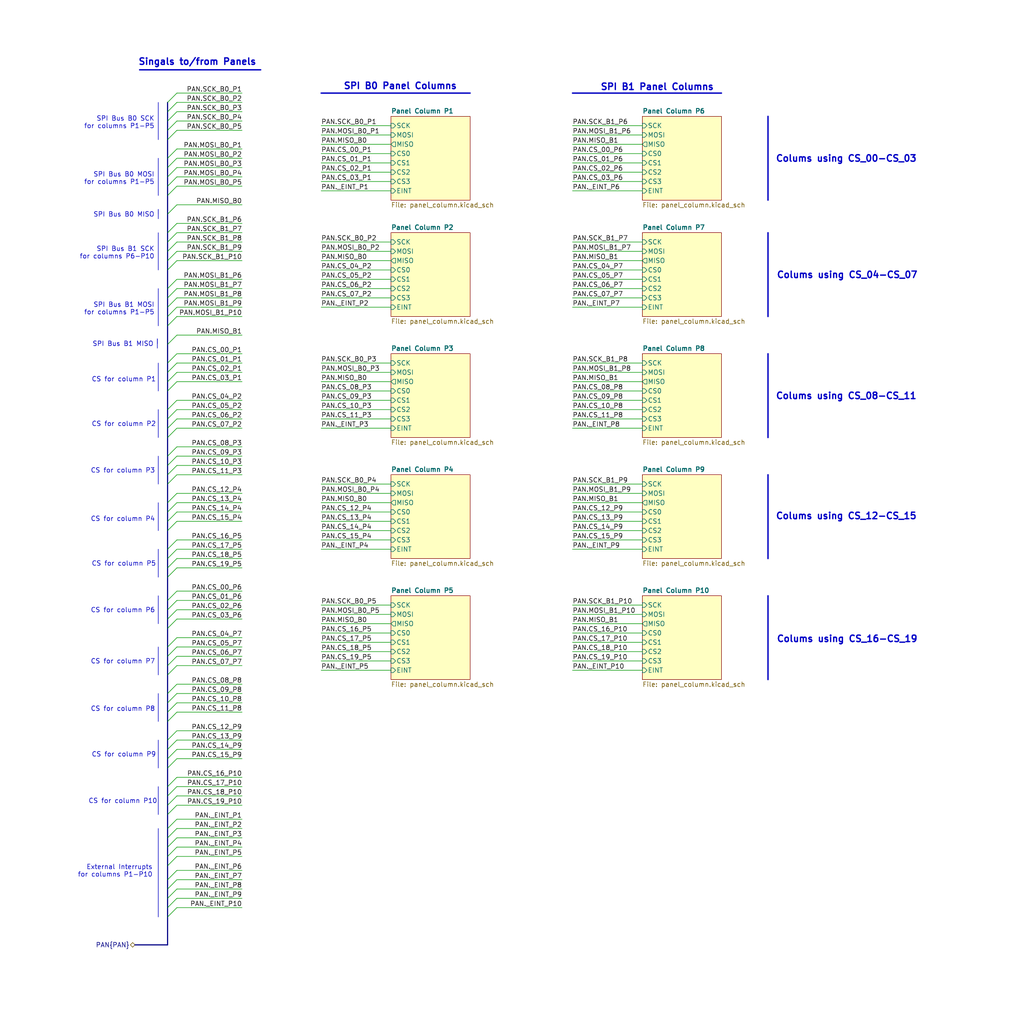
<source format=kicad_sch>
(kicad_sch
	(version 20250114)
	(generator "eeschema")
	(generator_version "9.0")
	(uuid "d189f51f-f642-4f5d-bbe8-7dac1f23876f")
	(paper "User" 279.4 279.4)
	(lib_symbols)
	(text "SPI B0 Panel Columns"
		(exclude_from_sim no)
		(at 109.22 23.622 0)
		(effects
			(font
				(size 1.778 1.778)
				(thickness 0.3556)
				(bold yes)
			)
		)
		(uuid "159147e1-29a4-4c79-a891-9d9706de1f31")
	)
	(text "SPI Bus B1 MOSI\nfor columns P1-P5"
		(exclude_from_sim no)
		(at 42.164 84.328 0)
		(effects
			(font
				(size 1.27 1.27)
			)
			(justify right)
		)
		(uuid "16cd1f35-7bee-493c-bb9d-2837bac7b7cd")
	)
	(text "CS for column P1"
		(exclude_from_sim no)
		(at 33.782 103.632 0)
		(effects
			(font
				(size 1.27 1.27)
			)
		)
		(uuid "1a8aae9b-28c5-4c85-a90f-15b6515dd6e6")
	)
	(text "CS for column P2"
		(exclude_from_sim no)
		(at 33.782 115.824 0)
		(effects
			(font
				(size 1.27 1.27)
			)
		)
		(uuid "1b6583c2-f169-457e-9ff7-c8bfdc7a8291")
	)
	(text "SPI Bus B1 MISO"
		(exclude_from_sim no)
		(at 41.91 93.98 0)
		(effects
			(font
				(size 1.27 1.27)
			)
			(justify right)
		)
		(uuid "1c124c4c-3928-46b9-b263-db687dbc8adc")
	)
	(text "CS for column P7"
		(exclude_from_sim no)
		(at 33.528 180.594 0)
		(effects
			(font
				(size 1.27 1.27)
			)
		)
		(uuid "1ff81e9f-9ccc-4ecb-a1e2-d1c1cd28ef34")
	)
	(text "Colums using CS_00-CS_03"
		(exclude_from_sim no)
		(at 211.582 43.434 0)
		(effects
			(font
				(size 1.778 1.778)
				(thickness 0.3556)
				(bold yes)
			)
			(justify left)
		)
		(uuid "37e6280b-55de-42a3-95a8-581e0199bea3")
	)
	(text "SPI B1 Panel Columns"
		(exclude_from_sim no)
		(at 179.324 23.876 0)
		(effects
			(font
				(size 1.778 1.778)
				(thickness 0.3556)
				(bold yes)
			)
		)
		(uuid "3c340e90-1928-4b2b-b166-1f4d1e14adef")
	)
	(text "CS for column P8"
		(exclude_from_sim no)
		(at 33.528 193.548 0)
		(effects
			(font
				(size 1.27 1.27)
			)
		)
		(uuid "4f9af029-99b6-4fb9-92ec-ac263fb44163")
	)
	(text "CS for column P3"
		(exclude_from_sim no)
		(at 33.528 128.524 0)
		(effects
			(font
				(size 1.27 1.27)
			)
		)
		(uuid "6e529082-05c9-4869-b5de-27ea64713ba5")
	)
	(text "CS for column P5"
		(exclude_from_sim no)
		(at 33.782 153.924 0)
		(effects
			(font
				(size 1.27 1.27)
			)
		)
		(uuid "6f14bcf5-87b8-41f1-bbe5-fd324b9a5b70")
	)
	(text "SPI Bus B0 MOSI\nfor columns P1-P5"
		(exclude_from_sim no)
		(at 42.164 48.768 0)
		(effects
			(font
				(size 1.27 1.27)
			)
			(justify right)
		)
		(uuid "736007f3-714b-4e22-a28a-8d476e9bce71")
	)
	(text "Colums using CS_08-CS_11"
		(exclude_from_sim no)
		(at 211.582 108.204 0)
		(effects
			(font
				(size 1.778 1.778)
				(thickness 0.3556)
				(bold yes)
			)
			(justify left)
		)
		(uuid "83e603c0-1e1e-4a18-b72b-0af02880c612")
	)
	(text "External Interrupts\nfor columns P1-P10"
		(exclude_from_sim no)
		(at 41.656 237.744 0)
		(effects
			(font
				(size 1.27 1.27)
			)
			(justify right)
		)
		(uuid "871a09e5-94db-4548-9b83-0f3033cee474")
	)
	(text "CS for column P9"
		(exclude_from_sim no)
		(at 33.782 205.994 0)
		(effects
			(font
				(size 1.27 1.27)
			)
		)
		(uuid "8ac8d50c-6c5d-40ea-aba2-ca08f8a211b7")
	)
	(text "CS for column P4"
		(exclude_from_sim no)
		(at 33.528 141.732 0)
		(effects
			(font
				(size 1.27 1.27)
			)
		)
		(uuid "96606426-f248-4e21-a9ee-986809be4d41")
	)
	(text "SPI Bus B1 SCK\nfor columns P6-P10"
		(exclude_from_sim no)
		(at 42.164 69.088 0)
		(effects
			(font
				(size 1.27 1.27)
			)
			(justify right)
		)
		(uuid "9f0faa8d-502e-4074-a9cf-34c7deeed65d")
	)
	(text "CS for column P10"
		(exclude_from_sim no)
		(at 33.528 218.694 0)
		(effects
			(font
				(size 1.27 1.27)
			)
		)
		(uuid "a1417449-74bd-44a8-bf36-98328a0b54a7")
	)
	(text "SPI Bus B0 MISO"
		(exclude_from_sim no)
		(at 42.164 58.674 0)
		(effects
			(font
				(size 1.27 1.27)
			)
			(justify right)
		)
		(uuid "a2972011-7198-4c61-8ffc-348c926bcd79")
	)
	(text "Colums using CS_16-CS_19"
		(exclude_from_sim no)
		(at 211.836 174.498 0)
		(effects
			(font
				(size 1.778 1.778)
				(thickness 0.3556)
				(bold yes)
			)
			(justify left)
		)
		(uuid "a7078a9f-b470-455f-84a6-1c2456d59c25")
	)
	(text "SPI Bus B0 SCK\nfor columns P1-P5"
		(exclude_from_sim no)
		(at 42.164 33.528 0)
		(effects
			(font
				(size 1.27 1.27)
			)
			(justify right)
		)
		(uuid "b7ae9f3f-4579-4591-bda8-a36949a3deac")
	)
	(text "Colums using CS_12-CS_15"
		(exclude_from_sim no)
		(at 211.582 140.97 0)
		(effects
			(font
				(size 1.778 1.778)
				(thickness 0.3556)
				(bold yes)
			)
			(justify left)
		)
		(uuid "bdc62dc0-c5b0-434a-8890-030e04316d7e")
	)
	(text "Colums using CS_04-CS_07"
		(exclude_from_sim no)
		(at 211.836 75.184 0)
		(effects
			(font
				(size 1.778 1.778)
				(thickness 0.3556)
				(bold yes)
			)
			(justify left)
		)
		(uuid "c591c683-ad89-4e9a-9390-cc5c0d2214b0")
	)
	(text "Singals to/from Panels"
		(exclude_from_sim no)
		(at 53.848 17.018 0)
		(effects
			(font
				(size 1.778 1.778)
				(thickness 0.3556)
				(bold yes)
			)
		)
		(uuid "cbbff86a-70da-463d-b79b-eeb89cc81db3")
	)
	(text "CS for column P6"
		(exclude_from_sim no)
		(at 33.528 166.624 0)
		(effects
			(font
				(size 1.27 1.27)
			)
		)
		(uuid "f9914c38-073e-439b-a5bf-34ca5247c93f")
	)
	(bus_entry
		(at 45.72 163.83)
		(size 2.54 -2.54)
		(stroke
			(width 0)
			(type default)
		)
		(uuid "053d7328-d30a-475b-8686-73b1a5152a78")
	)
	(bus_entry
		(at 45.72 63.5)
		(size 2.54 -2.54)
		(stroke
			(width 0)
			(type default)
		)
		(uuid "0c7e9495-de3c-4f6b-a79e-544a445dfa05")
	)
	(bus_entry
		(at 45.72 226.06)
		(size 2.54 -2.54)
		(stroke
			(width 0)
			(type default)
		)
		(uuid "0d5c832b-36df-4fc3-86f5-4d3365184553")
	)
	(bus_entry
		(at 45.72 142.24)
		(size 2.54 -2.54)
		(stroke
			(width 0)
			(type default)
		)
		(uuid "0dab34b6-75e7-4ce6-92d7-400147b3adc4")
	)
	(bus_entry
		(at 45.72 106.68)
		(size 2.54 -2.54)
		(stroke
			(width 0)
			(type default)
		)
		(uuid "0efe265c-5540-4d71-8273-40f1029877ae")
	)
	(bus_entry
		(at 48.26 149.86)
		(size -2.54 2.54)
		(stroke
			(width 0)
			(type default)
		)
		(uuid "187a2191-6cbb-4b0b-aae8-9668328d464c")
	)
	(bus_entry
		(at 45.72 233.68)
		(size 2.54 -2.54)
		(stroke
			(width 0)
			(type default)
		)
		(uuid "1991662a-7ae7-42f9-8682-659646ee2bbc")
	)
	(bus_entry
		(at 45.72 129.54)
		(size 2.54 -2.54)
		(stroke
			(width 0)
			(type default)
		)
		(uuid "1f9151b7-6d64-451e-8a48-b13224d9104a")
	)
	(bus_entry
		(at 45.72 184.15)
		(size 2.54 -2.54)
		(stroke
			(width 0)
			(type default)
		)
		(uuid "24d4645d-3c12-4ee7-9d64-7f12d998af54")
	)
	(bus_entry
		(at 45.72 171.45)
		(size 2.54 -2.54)
		(stroke
			(width 0)
			(type default)
		)
		(uuid "2d6964b0-b021-4516-8662-51dc149f52f0")
	)
	(bus_entry
		(at 48.26 212.09)
		(size -2.54 2.54)
		(stroke
			(width 0)
			(type default)
		)
		(uuid "2d929de1-49b5-4487-9632-070f1171de44")
	)
	(bus_entry
		(at 45.72 196.85)
		(size 2.54 -2.54)
		(stroke
			(width 0)
			(type default)
		)
		(uuid "313f0130-4fa2-4967-8f83-6d78263d1169")
	)
	(bus_entry
		(at 45.72 116.84)
		(size 2.54 -2.54)
		(stroke
			(width 0)
			(type default)
		)
		(uuid "367ff2c3-b6b8-4bb9-8371-494015e01dfb")
	)
	(bus_entry
		(at 45.72 83.82)
		(size 2.54 -2.54)
		(stroke
			(width 0)
			(type default)
		)
		(uuid "41260078-1fab-45d9-a8da-f6963a9744da")
	)
	(bus_entry
		(at 48.26 147.32)
		(size -2.54 2.54)
		(stroke
			(width 0)
			(type default)
		)
		(uuid "414ae86f-1caf-47eb-842d-c4e739e3cf1a")
	)
	(bus_entry
		(at 45.72 247.65)
		(size 2.54 -2.54)
		(stroke
			(width 0)
			(type default)
		)
		(uuid "42254b2a-7c66-4b36-8652-f542eb6215d6")
	)
	(bus_entry
		(at 45.72 33.02)
		(size 2.54 -2.54)
		(stroke
			(width 0)
			(type default)
		)
		(uuid "4741567a-3d2f-43bd-a39b-a9d4288d1d1a")
	)
	(bus_entry
		(at 45.72 38.1)
		(size 2.54 -2.54)
		(stroke
			(width 0)
			(type default)
		)
		(uuid "47bbe0de-60f5-4f4c-97e4-666e2546999f")
	)
	(bus_entry
		(at 45.72 114.3)
		(size 2.54 -2.54)
		(stroke
			(width 0)
			(type default)
		)
		(uuid "498c78a3-45a5-48fa-b67b-de29b078f324")
	)
	(bus_entry
		(at 48.26 207.01)
		(size -2.54 2.54)
		(stroke
			(width 0)
			(type default)
		)
		(uuid "49bbf4ea-9e88-4711-94c0-a7b91be245a3")
	)
	(bus_entry
		(at 45.72 88.9)
		(size 2.54 -2.54)
		(stroke
			(width 0)
			(type default)
		)
		(uuid "539fbc19-4287-44bc-879d-6aa6364e0730")
	)
	(bus_entry
		(at 45.72 27.94)
		(size 2.54 -2.54)
		(stroke
			(width 0)
			(type default)
		)
		(uuid "53cf6254-413b-4799-bb65-46d45e3540f0")
	)
	(bus_entry
		(at 45.72 201.93)
		(size 2.54 -2.54)
		(stroke
			(width 0)
			(type default)
		)
		(uuid "563a2bba-6176-4451-8bac-ca3ff514468f")
	)
	(bus_entry
		(at 45.72 204.47)
		(size 2.54 -2.54)
		(stroke
			(width 0)
			(type default)
		)
		(uuid "5b0c7604-272c-4a41-aa0a-ab28480ff422")
	)
	(bus_entry
		(at 45.72 30.48)
		(size 2.54 -2.54)
		(stroke
			(width 0)
			(type default)
		)
		(uuid "66eba1c9-3f0d-4152-a37e-3376ca11db26")
	)
	(bus_entry
		(at 45.72 176.53)
		(size 2.54 -2.54)
		(stroke
			(width 0)
			(type default)
		)
		(uuid "71de059b-3480-4299-a71d-9e7c40c3b7e4")
	)
	(bus_entry
		(at 48.26 219.71)
		(size -2.54 2.54)
		(stroke
			(width 0)
			(type default)
		)
		(uuid "73ef2e71-6f54-4dad-b7b2-e840b95c39b5")
	)
	(bus_entry
		(at 45.72 179.07)
		(size 2.54 -2.54)
		(stroke
			(width 0)
			(type default)
		)
		(uuid "7c08769f-6807-4bbd-a549-478e89ff6ca7")
	)
	(bus_entry
		(at 45.72 48.26)
		(size 2.54 -2.54)
		(stroke
			(width 0)
			(type default)
		)
		(uuid "7f0661c6-dd0d-4a29-ba77-495f204e423f")
	)
	(bus_entry
		(at 45.72 111.76)
		(size 2.54 -2.54)
		(stroke
			(width 0)
			(type default)
		)
		(uuid "8101b531-46fa-4cb7-b924-0ed3b1da1a53")
	)
	(bus_entry
		(at 48.26 217.17)
		(size -2.54 2.54)
		(stroke
			(width 0)
			(type default)
		)
		(uuid "838ea4ab-8e14-48b6-b323-092775ccb5d6")
	)
	(bus_entry
		(at 45.72 250.19)
		(size 2.54 -2.54)
		(stroke
			(width 0)
			(type default)
		)
		(uuid "843da55c-93e7-4430-a0b9-9572767efe9c")
	)
	(bus_entry
		(at 45.72 191.77)
		(size 2.54 -2.54)
		(stroke
			(width 0)
			(type default)
		)
		(uuid "84da1f13-8152-46ca-8d93-16e8b54824f1")
	)
	(bus_entry
		(at 45.72 127)
		(size 2.54 -2.54)
		(stroke
			(width 0)
			(type default)
		)
		(uuid "860b10d8-1634-466d-a47c-81888a36c06a")
	)
	(bus_entry
		(at 45.72 194.31)
		(size 2.54 -2.54)
		(stroke
			(width 0)
			(type default)
		)
		(uuid "8767c5bd-1dc5-416d-be24-d67f676a8efb")
	)
	(bus_entry
		(at 45.72 71.12)
		(size 2.54 -2.54)
		(stroke
			(width 0)
			(type default)
		)
		(uuid "8a096b4b-bd0f-4922-bbc6-3d56e2c97828")
	)
	(bus_entry
		(at 45.72 73.66)
		(size 2.54 -2.54)
		(stroke
			(width 0)
			(type default)
		)
		(uuid "8f5264ee-6eef-49bc-af62-228cb8b347af")
	)
	(bus_entry
		(at 45.72 189.23)
		(size 2.54 -2.54)
		(stroke
			(width 0)
			(type default)
		)
		(uuid "914ab71a-de9a-459f-9809-e4e90e65ce8c")
	)
	(bus_entry
		(at 45.72 99.06)
		(size 2.54 -2.54)
		(stroke
			(width 0)
			(type default)
		)
		(uuid "92eb721f-c082-4ac1-b7cf-ce674632df55")
	)
	(bus_entry
		(at 48.26 152.4)
		(size -2.54 2.54)
		(stroke
			(width 0)
			(type default)
		)
		(uuid "988348ec-32ff-4251-8f7f-43f2c22a4f5c")
	)
	(bus_entry
		(at 45.72 45.72)
		(size 2.54 -2.54)
		(stroke
			(width 0)
			(type default)
		)
		(uuid "99ec1dc0-bf3d-456a-8c8b-7713fa76dcc1")
	)
	(bus_entry
		(at 48.26 154.94)
		(size -2.54 2.54)
		(stroke
			(width 0)
			(type default)
		)
		(uuid "9b8e27d2-6790-4a57-85a7-b48bc95aad62")
	)
	(bus_entry
		(at 45.72 66.04)
		(size 2.54 -2.54)
		(stroke
			(width 0)
			(type default)
		)
		(uuid "a5d4e5b5-dddb-419d-8934-dbd5aeb7e1e8")
	)
	(bus_entry
		(at 45.72 104.14)
		(size 2.54 -2.54)
		(stroke
			(width 0)
			(type default)
		)
		(uuid "a6fc1b43-02e7-41c3-befd-8067cf109d4f")
	)
	(bus_entry
		(at 48.26 142.24)
		(size -2.54 2.54)
		(stroke
			(width 0)
			(type default)
		)
		(uuid "a9f64e78-d76f-4207-8348-44b78b047d2f")
	)
	(bus_entry
		(at 45.72 124.46)
		(size 2.54 -2.54)
		(stroke
			(width 0)
			(type default)
		)
		(uuid "acc541c3-5acd-4397-a331-93afc94847e0")
	)
	(bus_entry
		(at 45.72 236.22)
		(size 2.54 -2.54)
		(stroke
			(width 0)
			(type default)
		)
		(uuid "b1d75b8f-e848-4661-a36a-b1526413c6b1")
	)
	(bus_entry
		(at 45.72 101.6)
		(size 2.54 -2.54)
		(stroke
			(width 0)
			(type default)
		)
		(uuid "b259f9e3-38e7-4db5-adaa-1cf350e66beb")
	)
	(bus_entry
		(at 45.72 228.6)
		(size 2.54 -2.54)
		(stroke
			(width 0)
			(type default)
		)
		(uuid "b5cd900f-4239-4c11-96c7-6b202a3775c1")
	)
	(bus_entry
		(at 45.72 68.58)
		(size 2.54 -2.54)
		(stroke
			(width 0)
			(type default)
		)
		(uuid "bb30925c-69d8-4167-a53e-26a82dd52eac")
	)
	(bus_entry
		(at 45.72 132.08)
		(size 2.54 -2.54)
		(stroke
			(width 0)
			(type default)
		)
		(uuid "c3ad35bb-89cd-42c9-9c8b-15a8d3884e73")
	)
	(bus_entry
		(at 45.72 137.16)
		(size 2.54 -2.54)
		(stroke
			(width 0)
			(type default)
		)
		(uuid "cbdd6595-f893-471e-8e4c-9e41021cf4dc")
	)
	(bus_entry
		(at 45.72 181.61)
		(size 2.54 -2.54)
		(stroke
			(width 0)
			(type default)
		)
		(uuid "cd8fbce7-f90e-44bd-b503-ceb2dc1ea355")
	)
	(bus_entry
		(at 45.72 35.56)
		(size 2.54 -2.54)
		(stroke
			(width 0)
			(type default)
		)
		(uuid "d2eae0b8-0fc9-453a-8e4a-0536e57ba9b9")
	)
	(bus_entry
		(at 45.72 168.91)
		(size 2.54 -2.54)
		(stroke
			(width 0)
			(type default)
		)
		(uuid "d345c606-f32f-497d-ad95-e95178509432")
	)
	(bus_entry
		(at 45.72 119.38)
		(size 2.54 -2.54)
		(stroke
			(width 0)
			(type default)
		)
		(uuid "d4f7f39d-45b6-41f8-88a0-d702062a7aff")
	)
	(bus_entry
		(at 45.72 207.01)
		(size 2.54 -2.54)
		(stroke
			(width 0)
			(type default)
		)
		(uuid "d50ea7c8-36f3-495c-8a2a-c9a82c29c543")
	)
	(bus_entry
		(at 45.72 240.03)
		(size 2.54 -2.54)
		(stroke
			(width 0)
			(type default)
		)
		(uuid "d7861e05-0a45-4baa-9775-039911241abe")
	)
	(bus_entry
		(at 48.26 214.63)
		(size -2.54 2.54)
		(stroke
			(width 0)
			(type default)
		)
		(uuid "dd33ec47-ce0a-4e1e-ab78-1911024613cc")
	)
	(bus_entry
		(at 45.72 93.98)
		(size 2.54 -2.54)
		(stroke
			(width 0)
			(type default)
		)
		(uuid "e029a4f1-14e7-47f2-b57f-e2c7e1125fbf")
	)
	(bus_entry
		(at 45.72 43.18)
		(size 2.54 -2.54)
		(stroke
			(width 0)
			(type default)
		)
		(uuid "e0360f25-bdbb-4bf7-8cc5-7ccf6d90e021")
	)
	(bus_entry
		(at 45.72 242.57)
		(size 2.54 -2.54)
		(stroke
			(width 0)
			(type default)
		)
		(uuid "e6876052-5846-486c-adb4-84913543c031")
	)
	(bus_entry
		(at 45.72 231.14)
		(size 2.54 -2.54)
		(stroke
			(width 0)
			(type default)
		)
		(uuid "e71bc85c-5135-4698-ad51-193264fe6ee0")
	)
	(bus_entry
		(at 45.72 245.11)
		(size 2.54 -2.54)
		(stroke
			(width 0)
			(type default)
		)
		(uuid "e924c690-387a-43c2-bdd0-d10e436b9a45")
	)
	(bus_entry
		(at 45.72 81.28)
		(size 2.54 -2.54)
		(stroke
			(width 0)
			(type default)
		)
		(uuid "eaf326cd-72af-4a4b-a9c8-1e1cc7c6bea2")
	)
	(bus_entry
		(at 45.72 166.37)
		(size 2.54 -2.54)
		(stroke
			(width 0)
			(type default)
		)
		(uuid "eb729aef-7ff6-4453-9c65-2e089cc47e7e")
	)
	(bus_entry
		(at 45.72 53.34)
		(size 2.54 -2.54)
		(stroke
			(width 0)
			(type default)
		)
		(uuid "eddc61be-455a-41f6-8430-816b4fc746be")
	)
	(bus_entry
		(at 45.72 86.36)
		(size 2.54 -2.54)
		(stroke
			(width 0)
			(type default)
		)
		(uuid "f0995cdd-3564-4ab4-85be-9a38190ec1e4")
	)
	(bus_entry
		(at 45.72 78.74)
		(size 2.54 -2.54)
		(stroke
			(width 0)
			(type default)
		)
		(uuid "f0d7fdd0-1068-4c86-be68-f76293c80ba5")
	)
	(bus_entry
		(at 45.72 139.7)
		(size 2.54 -2.54)
		(stroke
			(width 0)
			(type default)
		)
		(uuid "f5f52c11-0ae2-40d8-a385-e946f60bce14")
	)
	(bus_entry
		(at 45.72 58.42)
		(size 2.54 -2.54)
		(stroke
			(width 0)
			(type default)
		)
		(uuid "f7af5e87-a760-4407-a62a-9f45689ffacd")
	)
	(bus_entry
		(at 45.72 50.8)
		(size 2.54 -2.54)
		(stroke
			(width 0)
			(type default)
		)
		(uuid "f8c9ca38-5621-4397-83c7-389e6d8689ec")
	)
	(wire
		(pts
			(xy 156.21 101.6) (xy 175.26 101.6)
		)
		(stroke
			(width 0)
			(type default)
		)
		(uuid "0035922b-9208-4a07-bd56-b9eb049db8c3")
	)
	(polyline
		(pts
			(xy 43.18 226.06) (xy 43.18 250.19)
		)
		(stroke
			(width 0)
			(type default)
		)
		(uuid "00892931-a7ca-468c-822b-62c1b59402d4")
	)
	(wire
		(pts
			(xy 66.04 114.3) (xy 48.26 114.3)
		)
		(stroke
			(width 0)
			(type default)
		)
		(uuid "02b0838d-92bb-4fbd-b2f3-28cd7f428b16")
	)
	(wire
		(pts
			(xy 48.26 247.65) (xy 66.04 247.65)
		)
		(stroke
			(width 0)
			(type default)
		)
		(uuid "039e04ed-a37e-4150-9983-8bb8debf68a5")
	)
	(polyline
		(pts
			(xy 43.18 57.15) (xy 43.18 58.42)
		)
		(stroke
			(width 0)
			(type default)
		)
		(uuid "04a5f647-4165-4d7a-a71b-e14e2e737d64")
	)
	(wire
		(pts
			(xy 87.63 170.18) (xy 106.68 170.18)
		)
		(stroke
			(width 0)
			(type default)
		)
		(uuid "04e790cd-9418-47aa-859f-e18aa24fae97")
	)
	(bus
		(pts
			(xy 45.72 171.45) (xy 45.72 176.53)
		)
		(stroke
			(width 0)
			(type default)
		)
		(uuid "05d5e481-2f28-4cce-a1d4-11397e2d3b62")
	)
	(bus
		(pts
			(xy 45.72 129.54) (xy 45.72 132.08)
		)
		(stroke
			(width 0)
			(type default)
		)
		(uuid "075db98a-b8cc-495d-8091-3d9e53e4fdcb")
	)
	(wire
		(pts
			(xy 156.21 149.86) (xy 175.26 149.86)
		)
		(stroke
			(width 0)
			(type default)
		)
		(uuid "08010be5-2e33-4986-aade-8a93eb0b58e9")
	)
	(wire
		(pts
			(xy 48.26 86.36) (xy 66.04 86.36)
		)
		(stroke
			(width 0)
			(type default)
		)
		(uuid "08614430-d5d9-430e-8dea-6de9bdc47471")
	)
	(wire
		(pts
			(xy 48.26 48.26) (xy 66.04 48.26)
		)
		(stroke
			(width 0)
			(type default)
		)
		(uuid "08b3d6ba-2ba8-4829-8cae-6bf513e6f099")
	)
	(bus
		(pts
			(xy 45.72 101.6) (xy 45.72 104.14)
		)
		(stroke
			(width 0)
			(type default)
		)
		(uuid "0928fce9-448d-4ffa-9cac-5a8c1fec77e7")
	)
	(bus
		(pts
			(xy 45.72 228.6) (xy 45.72 231.14)
		)
		(stroke
			(width 0)
			(type default)
		)
		(uuid "0a1271f8-c961-4b06-956c-9bdf5c491568")
	)
	(bus
		(pts
			(xy 45.72 247.65) (xy 45.72 250.19)
		)
		(stroke
			(width 0)
			(type default)
		)
		(uuid "0bce743f-f456-430d-b7e9-dd2f5b8f5b73")
	)
	(bus
		(pts
			(xy 45.72 240.03) (xy 45.72 242.57)
		)
		(stroke
			(width 0)
			(type default)
		)
		(uuid "0c805378-465f-4d2e-8c0e-ff67a4b056da")
	)
	(wire
		(pts
			(xy 48.26 78.74) (xy 66.04 78.74)
		)
		(stroke
			(width 0)
			(type default)
		)
		(uuid "10fd2230-a10b-497d-97e7-138eafd06e25")
	)
	(wire
		(pts
			(xy 156.21 49.53) (xy 175.26 49.53)
		)
		(stroke
			(width 0)
			(type default)
		)
		(uuid "1139f70c-4daa-4992-92be-2d180812def5")
	)
	(polyline
		(pts
			(xy 87.63 25.4) (xy 128.27 25.4)
		)
		(stroke
			(width 0.381)
			(type solid)
		)
		(uuid "12473157-5838-4ad8-a15e-4730b5ece0a6")
	)
	(wire
		(pts
			(xy 48.26 30.48) (xy 66.04 30.48)
		)
		(stroke
			(width 0)
			(type default)
		)
		(uuid "14832868-aa40-4f2a-a716-ff8d4842ec1f")
	)
	(wire
		(pts
			(xy 48.26 99.06) (xy 66.04 99.06)
		)
		(stroke
			(width 0)
			(type default)
		)
		(uuid "166ee076-c545-4db7-9135-5646fee1edaf")
	)
	(wire
		(pts
			(xy 48.26 129.54) (xy 66.04 129.54)
		)
		(stroke
			(width 0)
			(type default)
		)
		(uuid "1710a3ca-ace4-4968-86c1-ef64c12d881f")
	)
	(wire
		(pts
			(xy 48.26 35.56) (xy 66.04 35.56)
		)
		(stroke
			(width 0)
			(type default)
		)
		(uuid "17162af9-9fbc-43fd-a21a-4afb7704fb23")
	)
	(wire
		(pts
			(xy 48.26 137.16) (xy 66.04 137.16)
		)
		(stroke
			(width 0)
			(type default)
		)
		(uuid "182b20f5-abac-4f9a-bf94-8131de3af6e5")
	)
	(wire
		(pts
			(xy 48.26 66.04) (xy 66.04 66.04)
		)
		(stroke
			(width 0)
			(type default)
		)
		(uuid "18dfe40a-4f70-4482-91fe-27cb2e59af60")
	)
	(wire
		(pts
			(xy 156.21 76.2) (xy 175.26 76.2)
		)
		(stroke
			(width 0)
			(type default)
		)
		(uuid "1bb9f1b3-ee61-42d0-aab5-d5a0c3dcf4bb")
	)
	(wire
		(pts
			(xy 156.21 36.83) (xy 175.26 36.83)
		)
		(stroke
			(width 0)
			(type default)
		)
		(uuid "1c0b49be-d194-4617-8a87-96f1c7e8ee1e")
	)
	(bus
		(pts
			(xy 45.72 48.26) (xy 45.72 50.8)
		)
		(stroke
			(width 0)
			(type default)
		)
		(uuid "1c82744a-95e1-4f4e-ac75-2f93f129f6d4")
	)
	(bus
		(pts
			(xy 45.72 124.46) (xy 45.72 127)
		)
		(stroke
			(width 0)
			(type default)
		)
		(uuid "1d79b09c-b4b3-4a6f-b128-93e9c261b7b5")
	)
	(bus
		(pts
			(xy 45.72 144.78) (xy 45.72 149.86)
		)
		(stroke
			(width 0)
			(type default)
		)
		(uuid "1e80ab95-1db5-4504-a291-801f32200db9")
	)
	(bus
		(pts
			(xy 45.72 163.83) (xy 45.72 166.37)
		)
		(stroke
			(width 0)
			(type default)
		)
		(uuid "1eb971fe-ef18-4d60-8c0c-44ff8b2cb0cc")
	)
	(wire
		(pts
			(xy 48.26 111.76) (xy 66.04 111.76)
		)
		(stroke
			(width 0)
			(type default)
		)
		(uuid "1fa1b857-f564-4bd1-868f-b97403b37a18")
	)
	(wire
		(pts
			(xy 48.26 194.31) (xy 66.04 194.31)
		)
		(stroke
			(width 0)
			(type default)
		)
		(uuid "1fbd4d05-a707-4711-a165-c6174a1e45f5")
	)
	(polyline
		(pts
			(xy 43.18 162.56) (xy 43.18 170.18)
		)
		(stroke
			(width 0)
			(type default)
		)
		(uuid "2084535b-a1d9-480f-8c21-c11b787c542f")
	)
	(wire
		(pts
			(xy 156.21 83.82) (xy 175.26 83.82)
		)
		(stroke
			(width 0)
			(type default)
		)
		(uuid "209e7a97-02a9-46fe-8760-cfd937708706")
	)
	(bus
		(pts
			(xy 45.72 99.06) (xy 45.72 101.6)
		)
		(stroke
			(width 0)
			(type default)
		)
		(uuid "228fd807-336f-406e-8bf5-cee801e9ab3e")
	)
	(polyline
		(pts
			(xy 43.18 201.93) (xy 43.18 209.55)
		)
		(stroke
			(width 0)
			(type default)
		)
		(uuid "248a4d38-8236-464b-afea-9104bdce34cb")
	)
	(wire
		(pts
			(xy 66.04 212.09) (xy 48.26 212.09)
		)
		(stroke
			(width 0)
			(type default)
		)
		(uuid "24b11b75-7864-4255-b7ab-fcb2d4483e3c")
	)
	(bus
		(pts
			(xy 45.72 43.18) (xy 45.72 45.72)
		)
		(stroke
			(width 0)
			(type default)
		)
		(uuid "272948b4-e606-4b09-8396-75b44da33b49")
	)
	(bus
		(pts
			(xy 45.72 201.93) (xy 45.72 204.47)
		)
		(stroke
			(width 0)
			(type default)
		)
		(uuid "289596af-7364-489d-af4d-f9bb3c7b0a52")
	)
	(wire
		(pts
			(xy 48.26 163.83) (xy 66.04 163.83)
		)
		(stroke
			(width 0)
			(type default)
		)
		(uuid "28c98cef-a1e7-46ba-858c-b094c1dd3ac3")
	)
	(wire
		(pts
			(xy 156.21 142.24) (xy 175.26 142.24)
		)
		(stroke
			(width 0)
			(type default)
		)
		(uuid "2a62e56e-fc27-4149-a474-7a59652d026d")
	)
	(wire
		(pts
			(xy 48.26 25.4) (xy 66.04 25.4)
		)
		(stroke
			(width 0)
			(type default)
		)
		(uuid "2ab39961-6979-4660-bedf-b3b4c43adc5c")
	)
	(polyline
		(pts
			(xy 43.18 43.18) (xy 43.18 53.34)
		)
		(stroke
			(width 0)
			(type default)
		)
		(uuid "2b8d0ed0-bb08-4e32-8344-b33a31922f11")
	)
	(wire
		(pts
			(xy 48.26 168.91) (xy 66.04 168.91)
		)
		(stroke
			(width 0)
			(type default)
		)
		(uuid "2d8a8034-39c3-4788-8b57-263b7296102a")
	)
	(wire
		(pts
			(xy 48.26 228.6) (xy 66.04 228.6)
		)
		(stroke
			(width 0)
			(type default)
		)
		(uuid "2da2b75c-fe49-4c20-acc2-df625fff65d2")
	)
	(polyline
		(pts
			(xy 209.55 152.4) (xy 209.55 129.54)
		)
		(stroke
			(width 0.381)
			(type solid)
		)
		(uuid "2dbd01cc-1a00-4564-8ca8-e9fd7649be1e")
	)
	(wire
		(pts
			(xy 48.26 63.5) (xy 66.04 63.5)
		)
		(stroke
			(width 0)
			(type default)
		)
		(uuid "3074213d-8f3c-47e3-862b-b4a75561ac28")
	)
	(polyline
		(pts
			(xy 209.55 86.36) (xy 209.55 63.5)
		)
		(stroke
			(width 0.381)
			(type solid)
		)
		(uuid "32173922-b26f-4589-9003-af44d41c799d")
	)
	(wire
		(pts
			(xy 87.63 49.53) (xy 106.68 49.53)
		)
		(stroke
			(width 0)
			(type default)
		)
		(uuid "34ff1843-5f41-4d75-82fc-c3f767cab16e")
	)
	(bus
		(pts
			(xy 45.72 45.72) (xy 45.72 48.26)
		)
		(stroke
			(width 0)
			(type default)
		)
		(uuid "3560b8a9-697c-4b7c-a151-851403358a9f")
	)
	(polyline
		(pts
			(xy 42.926 93.726) (xy 42.926 94.996)
		)
		(stroke
			(width 0)
			(type solid)
		)
		(uuid "36216fe6-ebdc-4fe0-98e2-c836b49a1760")
	)
	(bus
		(pts
			(xy 45.72 137.16) (xy 45.72 139.7)
		)
		(stroke
			(width 0)
			(type default)
		)
		(uuid "36cbb6fb-40c7-41f6-912d-9da6329ac04b")
	)
	(wire
		(pts
			(xy 87.63 39.37) (xy 106.68 39.37)
		)
		(stroke
			(width 0)
			(type default)
		)
		(uuid "36dd96f6-3dca-475b-9dd7-dc1cbeffb015")
	)
	(wire
		(pts
			(xy 156.21 73.66) (xy 175.26 73.66)
		)
		(stroke
			(width 0)
			(type default)
		)
		(uuid "373446c7-c09b-4f76-ada5-bc917ffdcbfb")
	)
	(wire
		(pts
			(xy 48.26 55.88) (xy 66.04 55.88)
		)
		(stroke
			(width 0)
			(type default)
		)
		(uuid "37670702-9cbf-448d-931e-68edce757a47")
	)
	(bus
		(pts
			(xy 45.72 119.38) (xy 45.72 124.46)
		)
		(stroke
			(width 0)
			(type default)
		)
		(uuid "3796ac89-725e-454c-8296-67fdd9b92030")
	)
	(bus
		(pts
			(xy 45.72 106.68) (xy 45.72 111.76)
		)
		(stroke
			(width 0)
			(type default)
		)
		(uuid "37c36353-0936-4779-b54f-b0fb09bca111")
	)
	(polyline
		(pts
			(xy 43.18 63.5) (xy 43.18 73.66)
		)
		(stroke
			(width 0)
			(type default)
		)
		(uuid "37dcf70e-c1a5-4031-98e3-fc45eaf3dec8")
	)
	(bus
		(pts
			(xy 45.72 166.37) (xy 45.72 168.91)
		)
		(stroke
			(width 0)
			(type default)
		)
		(uuid "3a3bd9aa-5093-45ba-855a-7600f6332254")
	)
	(bus
		(pts
			(xy 45.72 30.48) (xy 45.72 33.02)
		)
		(stroke
			(width 0)
			(type default)
		)
		(uuid "3f4e8fbc-3e3b-4b1f-ba9e-3f015176d4b9")
	)
	(bus
		(pts
			(xy 45.72 38.1) (xy 45.72 43.18)
		)
		(stroke
			(width 0)
			(type default)
		)
		(uuid "3f650d04-6dd0-43f2-bb81-6fd96b64c018")
	)
	(polyline
		(pts
			(xy 43.18 57.15) (xy 43.18 58.42)
		)
		(stroke
			(width 0)
			(type default)
		)
		(uuid "40e0c383-1bf2-40af-80c3-b8801af75d51")
	)
	(wire
		(pts
			(xy 156.21 182.88) (xy 175.26 182.88)
		)
		(stroke
			(width 0)
			(type default)
		)
		(uuid "4150b0f3-8e4e-4290-be48-8c0276cfd4c1")
	)
	(wire
		(pts
			(xy 156.21 134.62) (xy 175.26 134.62)
		)
		(stroke
			(width 0)
			(type default)
		)
		(uuid "4275f333-1b8b-4444-8559-40ce8c8d0e9e")
	)
	(wire
		(pts
			(xy 156.21 39.37) (xy 175.26 39.37)
		)
		(stroke
			(width 0)
			(type default)
		)
		(uuid "4359a580-500b-4de6-bb34-e92dbc88f1d5")
	)
	(bus
		(pts
			(xy 45.72 86.36) (xy 45.72 88.9)
		)
		(stroke
			(width 0)
			(type default)
		)
		(uuid "462e5d01-def3-4dd0-857b-64c20a0e895b")
	)
	(wire
		(pts
			(xy 87.63 106.68) (xy 106.68 106.68)
		)
		(stroke
			(width 0)
			(type default)
		)
		(uuid "485e1c6c-9566-416c-b1ec-4412c49c58c8")
	)
	(wire
		(pts
			(xy 48.26 201.93) (xy 66.04 201.93)
		)
		(stroke
			(width 0)
			(type default)
		)
		(uuid "492c181d-3a82-4edc-8c38-93305bac049b")
	)
	(bus
		(pts
			(xy 45.72 196.85) (xy 45.72 201.93)
		)
		(stroke
			(width 0)
			(type default)
		)
		(uuid "4ac913ea-cfd8-4360-b389-020637ab817b")
	)
	(bus
		(pts
			(xy 45.72 114.3) (xy 45.72 116.84)
		)
		(stroke
			(width 0)
			(type default)
		)
		(uuid "4ae7e9cc-accc-4713-b1f9-488bea6eeec8")
	)
	(polyline
		(pts
			(xy 43.18 189.23) (xy 43.18 196.85)
		)
		(stroke
			(width 0)
			(type default)
		)
		(uuid "4bfbb1a4-2ea9-410f-8f77-31ab59f3f0d9")
	)
	(wire
		(pts
			(xy 87.63 78.74) (xy 106.68 78.74)
		)
		(stroke
			(width 0)
			(type default)
		)
		(uuid "4c291a38-3313-48c5-8f3e-0c0c2b73ac9e")
	)
	(wire
		(pts
			(xy 66.04 219.71) (xy 48.26 219.71)
		)
		(stroke
			(width 0)
			(type default)
		)
		(uuid "4d23b558-11cc-47e6-b61c-c7edc5fc89de")
	)
	(wire
		(pts
			(xy 156.21 165.1) (xy 175.26 165.1)
		)
		(stroke
			(width 0)
			(type default)
		)
		(uuid "4d312aa6-53de-4f6d-a713-71f746f935cf")
	)
	(wire
		(pts
			(xy 156.21 104.14) (xy 175.26 104.14)
		)
		(stroke
			(width 0)
			(type default)
		)
		(uuid "4dea8296-c7fa-40fb-ac55-ece3a3253eba")
	)
	(bus
		(pts
			(xy 45.72 214.63) (xy 45.72 217.17)
		)
		(stroke
			(width 0)
			(type default)
		)
		(uuid "4f155c8f-e244-4ebf-a197-bcf1b598f19b")
	)
	(wire
		(pts
			(xy 48.26 104.14) (xy 66.04 104.14)
		)
		(stroke
			(width 0)
			(type default)
		)
		(uuid "5136772b-215e-4d45-80b7-03afbdcd095d")
	)
	(wire
		(pts
			(xy 156.21 109.22) (xy 175.26 109.22)
		)
		(stroke
			(width 0)
			(type default)
		)
		(uuid "527f1bd8-eeff-41cd-a8ac-de7ca2f16079")
	)
	(bus
		(pts
			(xy 45.72 226.06) (xy 45.72 228.6)
		)
		(stroke
			(width 0)
			(type default)
		)
		(uuid "536cc68e-2eee-41f5-a1b7-04e4a9217e75")
	)
	(wire
		(pts
			(xy 156.21 71.12) (xy 175.26 71.12)
		)
		(stroke
			(width 0)
			(type default)
		)
		(uuid "5489d9f8-e343-44fa-a70a-64d525b1d3b4")
	)
	(wire
		(pts
			(xy 87.63 142.24) (xy 106.68 142.24)
		)
		(stroke
			(width 0)
			(type default)
		)
		(uuid "54ed0771-21d8-4bd4-ae50-00f3ed7e8f12")
	)
	(wire
		(pts
			(xy 48.26 76.2) (xy 66.04 76.2)
		)
		(stroke
			(width 0)
			(type default)
		)
		(uuid "55a0690f-c188-4b4c-a4b5-b308e39de156")
	)
	(bus
		(pts
			(xy 45.72 81.28) (xy 45.72 83.82)
		)
		(stroke
			(width 0)
			(type default)
		)
		(uuid "58d3c9be-564e-429e-b814-3abb1f96dfd0")
	)
	(polyline
		(pts
			(xy 43.18 58.42) (xy 43.18 59.69)
		)
		(stroke
			(width 0)
			(type solid)
		)
		(uuid "5b007096-be10-43a5-8133-fca3c0db9656")
	)
	(polyline
		(pts
			(xy 43.18 111.76) (xy 43.18 119.38)
		)
		(stroke
			(width 0)
			(type default)
		)
		(uuid "5d0f7bfa-051e-4c53-bf43-19c898366b17")
	)
	(polyline
		(pts
			(xy 38.1 19.05) (xy 71.12 19.05)
		)
		(stroke
			(width 0.381)
			(type solid)
		)
		(uuid "5e1eea1b-1ced-4d28-8024-ad1b48961042")
	)
	(wire
		(pts
			(xy 87.63 175.26) (xy 106.68 175.26)
		)
		(stroke
			(width 0)
			(type default)
		)
		(uuid "5ed890fb-8a0a-4e13-92a2-56a0d143d134")
	)
	(wire
		(pts
			(xy 156.21 81.28) (xy 175.26 81.28)
		)
		(stroke
			(width 0)
			(type default)
		)
		(uuid "5eeed314-e22b-4508-84d8-6775f93ac623")
	)
	(wire
		(pts
			(xy 66.04 149.86) (xy 48.26 149.86)
		)
		(stroke
			(width 0)
			(type default)
		)
		(uuid "60f76c78-84e5-4b1e-9d59-1ad720e08c6e")
	)
	(polyline
		(pts
			(xy 43.18 27.94) (xy 43.18 38.1)
		)
		(stroke
			(width 0)
			(type default)
		)
		(uuid "6248e372-8926-4756-b6d2-8c9bf3bbf0e4")
	)
	(bus
		(pts
			(xy 45.72 35.56) (xy 45.72 38.1)
		)
		(stroke
			(width 0)
			(type default)
		)
		(uuid "6312d2de-68a8-43fb-86f7-6a84a394006c")
	)
	(wire
		(pts
			(xy 48.26 142.24) (xy 66.04 142.24)
		)
		(stroke
			(width 0)
			(type default)
		)
		(uuid "633f1d5a-1b54-4357-b35d-a5c86168ad65")
	)
	(wire
		(pts
			(xy 87.63 114.3) (xy 106.68 114.3)
		)
		(stroke
			(width 0)
			(type default)
		)
		(uuid "63dc9008-f2f5-4c0d-b850-1bbdbd4ea911")
	)
	(wire
		(pts
			(xy 48.26 27.94) (xy 66.04 27.94)
		)
		(stroke
			(width 0)
			(type default)
		)
		(uuid "63ef488a-6d37-4f4e-a123-80790110ddab")
	)
	(wire
		(pts
			(xy 87.63 109.22) (xy 106.68 109.22)
		)
		(stroke
			(width 0)
			(type default)
		)
		(uuid "64983302-11e2-4e21-8955-13b743fc87d7")
	)
	(wire
		(pts
			(xy 87.63 139.7) (xy 106.68 139.7)
		)
		(stroke
			(width 0)
			(type default)
		)
		(uuid "64fe5cba-d811-46ca-800d-d0ba74716fe9")
	)
	(bus
		(pts
			(xy 45.72 233.68) (xy 45.72 236.22)
		)
		(stroke
			(width 0)
			(type default)
		)
		(uuid "66a41fbd-96c6-4a09-9813-29ed2bda5596")
	)
	(wire
		(pts
			(xy 87.63 83.82) (xy 106.68 83.82)
		)
		(stroke
			(width 0)
			(type default)
		)
		(uuid "66d458b5-8b31-4b75-9a21-ab41b125845a")
	)
	(bus
		(pts
			(xy 45.72 152.4) (xy 45.72 154.94)
		)
		(stroke
			(width 0)
			(type default)
		)
		(uuid "6859222d-da87-4077-9dc8-f4aedce086db")
	)
	(polyline
		(pts
			(xy 43.18 124.46) (xy 43.18 132.08)
		)
		(stroke
			(width 0)
			(type default)
		)
		(uuid "68acd35d-01be-4951-9c9e-68ca268420d1")
	)
	(polyline
		(pts
			(xy 43.18 99.06) (xy 43.18 106.68)
		)
		(stroke
			(width 0)
			(type default)
		)
		(uuid "68ff2877-0401-4626-b297-1beb908698e0")
	)
	(wire
		(pts
			(xy 87.63 165.1) (xy 106.68 165.1)
		)
		(stroke
			(width 0)
			(type default)
		)
		(uuid "69d0c4a6-e571-41d0-9987-46a5efd3356d")
	)
	(wire
		(pts
			(xy 48.26 68.58) (xy 66.04 68.58)
		)
		(stroke
			(width 0)
			(type default)
		)
		(uuid "6cb73928-bea3-489d-a9f9-b8c58c145b4e")
	)
	(wire
		(pts
			(xy 48.26 191.77) (xy 66.04 191.77)
		)
		(stroke
			(width 0)
			(type default)
		)
		(uuid "6ecc1453-097e-4e17-983a-941ff6ba3bea")
	)
	(bus
		(pts
			(xy 45.72 250.19) (xy 45.72 257.81)
		)
		(stroke
			(width 0)
			(type default)
		)
		(uuid "6f203d13-edb7-467e-9ab2-7b4e7215a8d3")
	)
	(bus
		(pts
			(xy 45.72 63.5) (xy 45.72 66.04)
		)
		(stroke
			(width 0)
			(type default)
		)
		(uuid "6f7ea743-17f9-42e7-89c3-e7a3c9834649")
	)
	(wire
		(pts
			(xy 156.21 44.45) (xy 175.26 44.45)
		)
		(stroke
			(width 0)
			(type default)
		)
		(uuid "7055ff5c-22d5-40d6-b9db-6013fe6de81c")
	)
	(bus
		(pts
			(xy 45.72 231.14) (xy 45.72 233.68)
		)
		(stroke
			(width 0)
			(type default)
		)
		(uuid "75d31f03-9be5-4cf4-badf-1f1d455e9dd4")
	)
	(wire
		(pts
			(xy 87.63 76.2) (xy 106.68 76.2)
		)
		(stroke
			(width 0)
			(type default)
		)
		(uuid "764386c2-e205-48bb-a973-4a783d9c0265")
	)
	(wire
		(pts
			(xy 156.21 46.99) (xy 175.26 46.99)
		)
		(stroke
			(width 0)
			(type default)
		)
		(uuid "7692dff2-ddc0-4ed7-8c14-2c81f1edf07d")
	)
	(wire
		(pts
			(xy 66.04 179.07) (xy 48.26 179.07)
		)
		(stroke
			(width 0)
			(type default)
		)
		(uuid "772b39f3-8e60-446b-bb41-a3a2b283c591")
	)
	(wire
		(pts
			(xy 87.63 73.66) (xy 106.68 73.66)
		)
		(stroke
			(width 0)
			(type default)
		)
		(uuid "775a5abc-9445-44c4-bac8-e1d017ce3d84")
	)
	(wire
		(pts
			(xy 87.63 66.04) (xy 106.68 66.04)
		)
		(stroke
			(width 0)
			(type default)
		)
		(uuid "793d8611-781f-4a29-ad88-53dc859b8256")
	)
	(wire
		(pts
			(xy 48.26 121.92) (xy 66.04 121.92)
		)
		(stroke
			(width 0)
			(type default)
		)
		(uuid "79f0f2ab-91fc-448c-8733-4d73e19cfeb2")
	)
	(wire
		(pts
			(xy 87.63 177.8) (xy 106.68 177.8)
		)
		(stroke
			(width 0)
			(type default)
		)
		(uuid "7a3431f6-c7f0-4494-a85a-2c3ebf51013a")
	)
	(wire
		(pts
			(xy 87.63 182.88) (xy 106.68 182.88)
		)
		(stroke
			(width 0)
			(type default)
		)
		(uuid "7b1ccd0d-0690-48ab-9438-00330056fcb4")
	)
	(bus
		(pts
			(xy 45.72 27.94) (xy 45.72 30.48)
		)
		(stroke
			(width 0)
			(type default)
		)
		(uuid "7b4f42a0-24fe-4203-a85b-843d281ac25a")
	)
	(wire
		(pts
			(xy 48.26 161.29) (xy 66.04 161.29)
		)
		(stroke
			(width 0)
			(type default)
		)
		(uuid "7c775d11-9cc9-4f3d-b629-ea636c1628f0")
	)
	(bus
		(pts
			(xy 45.72 50.8) (xy 45.72 53.34)
		)
		(stroke
			(width 0)
			(type default)
		)
		(uuid "7d45a4b1-8e22-4335-a243-87d36bd727a7")
	)
	(wire
		(pts
			(xy 48.26 223.52) (xy 66.04 223.52)
		)
		(stroke
			(width 0)
			(type default)
		)
		(uuid "7ff45e37-fae9-4b2b-b02a-177bb964de23")
	)
	(wire
		(pts
			(xy 87.63 104.14) (xy 106.68 104.14)
		)
		(stroke
			(width 0)
			(type default)
		)
		(uuid "8028439a-dbdf-41e3-a4f5-b2c42d4239f5")
	)
	(polyline
		(pts
			(xy 43.18 78.74) (xy 43.18 88.9)
		)
		(stroke
			(width 0)
			(type default)
		)
		(uuid "80642ee4-ce90-4a23-8e58-1dcbee23acb6")
	)
	(wire
		(pts
			(xy 156.21 147.32) (xy 175.26 147.32)
		)
		(stroke
			(width 0)
			(type default)
		)
		(uuid "811642ea-2735-4d8e-b9ff-1b9fad247c61")
	)
	(polyline
		(pts
			(xy 43.18 214.63) (xy 43.18 222.25)
		)
		(stroke
			(width 0)
			(type default)
		)
		(uuid "81817681-c2f1-41de-b38d-66c58e0ee641")
	)
	(wire
		(pts
			(xy 48.26 186.69) (xy 66.04 186.69)
		)
		(stroke
			(width 0)
			(type default)
		)
		(uuid "81b92b09-26da-468c-8d1b-f7bc4bb38947")
	)
	(bus
		(pts
			(xy 45.72 127) (xy 45.72 129.54)
		)
		(stroke
			(width 0)
			(type default)
		)
		(uuid "827de5a3-43c6-4339-ab80-874629c9951c")
	)
	(bus
		(pts
			(xy 45.72 66.04) (xy 45.72 68.58)
		)
		(stroke
			(width 0)
			(type default)
		)
		(uuid "83567b70-b51f-47e6-b820-6b8090e8a0bf")
	)
	(wire
		(pts
			(xy 156.21 172.72) (xy 175.26 172.72)
		)
		(stroke
			(width 0)
			(type default)
		)
		(uuid "84c15faf-2159-4970-bfd6-887d98170866")
	)
	(wire
		(pts
			(xy 87.63 147.32) (xy 106.68 147.32)
		)
		(stroke
			(width 0)
			(type default)
		)
		(uuid "8634df55-1d81-42be-8dc5-c83be499c0e1")
	)
	(wire
		(pts
			(xy 48.26 134.62) (xy 66.04 134.62)
		)
		(stroke
			(width 0)
			(type default)
		)
		(uuid "8693782b-0469-4fda-b61b-e1f65893f818")
	)
	(bus
		(pts
			(xy 45.72 154.94) (xy 45.72 157.48)
		)
		(stroke
			(width 0)
			(type default)
		)
		(uuid "878c94c7-a461-4d65-ba45-a6b6bf0272eb")
	)
	(wire
		(pts
			(xy 48.26 43.18) (xy 66.04 43.18)
		)
		(stroke
			(width 0)
			(type default)
		)
		(uuid "87b0d7e0-a05d-42b0-b1ee-5ca57ef8481b")
	)
	(wire
		(pts
			(xy 48.26 226.06) (xy 66.04 226.06)
		)
		(stroke
			(width 0)
			(type default)
		)
		(uuid "8831cb4b-85c3-45be-9b08-3ea125a74e31")
	)
	(wire
		(pts
			(xy 87.63 149.86) (xy 106.68 149.86)
		)
		(stroke
			(width 0)
			(type default)
		)
		(uuid "8aab17b2-3194-4b5a-9471-0e9b9961bda5")
	)
	(wire
		(pts
			(xy 48.26 45.72) (xy 66.04 45.72)
		)
		(stroke
			(width 0)
			(type default)
		)
		(uuid "8ae49361-8331-468a-9502-53b566977bbd")
	)
	(wire
		(pts
			(xy 48.26 176.53) (xy 66.04 176.53)
		)
		(stroke
			(width 0)
			(type default)
		)
		(uuid "8ae8eac4-2743-41c8-92e7-4d0e61993f30")
	)
	(wire
		(pts
			(xy 156.21 106.68) (xy 175.26 106.68)
		)
		(stroke
			(width 0)
			(type default)
		)
		(uuid "8c81b5bf-4b4d-47a2-b214-3047ff17fcc5")
	)
	(bus
		(pts
			(xy 45.72 157.48) (xy 45.72 163.83)
		)
		(stroke
			(width 0)
			(type default)
		)
		(uuid "8d3ac1d1-fab0-47b9-aebd-7124a805118f")
	)
	(wire
		(pts
			(xy 48.26 91.44) (xy 66.04 91.44)
		)
		(stroke
			(width 0)
			(type default)
		)
		(uuid "8ff6bf3e-80f3-4754-9f2c-a7c75c44f02f")
	)
	(polyline
		(pts
			(xy 42.926 92.456) (xy 42.926 93.726)
		)
		(stroke
			(width 0)
			(type default)
		)
		(uuid "90cd7229-849c-400e-9346-5927e8ae0a89")
	)
	(bus
		(pts
			(xy 45.72 181.61) (xy 45.72 184.15)
		)
		(stroke
			(width 0)
			(type default)
		)
		(uuid "918b1241-5db1-4251-b007-5c00705de804")
	)
	(bus
		(pts
			(xy 45.72 88.9) (xy 45.72 93.98)
		)
		(stroke
			(width 0)
			(type default)
		)
		(uuid "92247947-ac3b-4889-91ec-81800a45b6d7")
	)
	(bus
		(pts
			(xy 45.72 93.98) (xy 45.72 99.06)
		)
		(stroke
			(width 0)
			(type default)
		)
		(uuid "936368ae-6ac4-4611-891a-c610cfc7cdb9")
	)
	(wire
		(pts
			(xy 156.21 99.06) (xy 175.26 99.06)
		)
		(stroke
			(width 0)
			(type default)
		)
		(uuid "940592e1-f00c-4d41-9f75-4a518dca0945")
	)
	(bus
		(pts
			(xy 45.72 73.66) (xy 45.72 78.74)
		)
		(stroke
			(width 0)
			(type default)
		)
		(uuid "943f0693-c3ad-4d64-b498-4b7f9846b820")
	)
	(wire
		(pts
			(xy 48.26 189.23) (xy 66.04 189.23)
		)
		(stroke
			(width 0)
			(type default)
		)
		(uuid "95612e9b-2da7-4ea1-b2c5-97586ff23441")
	)
	(bus
		(pts
			(xy 45.72 142.24) (xy 45.72 144.78)
		)
		(stroke
			(width 0)
			(type default)
		)
		(uuid "97877ca0-1f1c-45c0-bd14-237ea0005b8d")
	)
	(wire
		(pts
			(xy 48.26 124.46) (xy 66.04 124.46)
		)
		(stroke
			(width 0)
			(type default)
		)
		(uuid "97fb0175-b8bd-4c1a-be4d-fe26423cfe54")
	)
	(bus
		(pts
			(xy 45.72 83.82) (xy 45.72 86.36)
		)
		(stroke
			(width 0)
			(type default)
		)
		(uuid "98fdb22f-340c-41e3-851b-011ea215e9ea")
	)
	(bus
		(pts
			(xy 45.72 176.53) (xy 45.72 179.07)
		)
		(stroke
			(width 0)
			(type default)
		)
		(uuid "99033ea7-efdc-4bf2-9abb-772e7fee65a5")
	)
	(wire
		(pts
			(xy 87.63 34.29) (xy 106.68 34.29)
		)
		(stroke
			(width 0)
			(type default)
		)
		(uuid "9c26b792-1065-47cc-8dd2-6636aab4d35d")
	)
	(bus
		(pts
			(xy 45.72 68.58) (xy 45.72 71.12)
		)
		(stroke
			(width 0)
			(type default)
		)
		(uuid "9e3b35ca-70db-4778-9251-5e66f9e37788")
	)
	(wire
		(pts
			(xy 87.63 116.84) (xy 106.68 116.84)
		)
		(stroke
			(width 0)
			(type default)
		)
		(uuid "9f972441-66c9-42f9-923f-6c094f75696a")
	)
	(wire
		(pts
			(xy 48.26 166.37) (xy 66.04 166.37)
		)
		(stroke
			(width 0)
			(type default)
		)
		(uuid "a1de5802-2ef1-4560-bcc7-51addbbfcbe1")
	)
	(wire
		(pts
			(xy 87.63 68.58) (xy 106.68 68.58)
		)
		(stroke
			(width 0)
			(type default)
		)
		(uuid "a27254f9-7e41-4eac-af37-decb74e54813")
	)
	(wire
		(pts
			(xy 87.63 52.07) (xy 106.68 52.07)
		)
		(stroke
			(width 0)
			(type default)
		)
		(uuid "a327542a-0411-4bc2-8dc2-81dd347d6246")
	)
	(wire
		(pts
			(xy 156.21 114.3) (xy 175.26 114.3)
		)
		(stroke
			(width 0)
			(type default)
		)
		(uuid "a37eee41-34d1-4c81-a96e-e0cd1be23725")
	)
	(wire
		(pts
			(xy 48.26 127) (xy 66.04 127)
		)
		(stroke
			(width 0)
			(type default)
		)
		(uuid "a61d55df-6667-478e-88a3-da3105d4edd4")
	)
	(bus
		(pts
			(xy 45.72 219.71) (xy 45.72 222.25)
		)
		(stroke
			(width 0)
			(type default)
		)
		(uuid "a7cca9a2-282f-4e9e-87d7-23efe7a4a9a5")
	)
	(bus
		(pts
			(xy 45.72 184.15) (xy 45.72 189.23)
		)
		(stroke
			(width 0)
			(type default)
		)
		(uuid "a7e669df-528c-4f14-aa95-8f34d8094238")
	)
	(wire
		(pts
			(xy 156.21 52.07) (xy 175.26 52.07)
		)
		(stroke
			(width 0)
			(type default)
		)
		(uuid "a914d46b-0482-4cf1-ac5e-7b6cf546e814")
	)
	(wire
		(pts
			(xy 66.04 217.17) (xy 48.26 217.17)
		)
		(stroke
			(width 0)
			(type default)
		)
		(uuid "a9bc7f4d-4921-40e6-b2e4-4cfcac9df275")
	)
	(wire
		(pts
			(xy 87.63 41.91) (xy 106.68 41.91)
		)
		(stroke
			(width 0)
			(type default)
		)
		(uuid "aaccd1ae-065b-4873-9eca-ca31ca04a354")
	)
	(wire
		(pts
			(xy 48.26 50.8) (xy 66.04 50.8)
		)
		(stroke
			(width 0)
			(type default)
		)
		(uuid "abcba20b-a28f-4eb4-9643-be82ad83f0b2")
	)
	(bus
		(pts
			(xy 45.72 33.02) (xy 45.72 35.56)
		)
		(stroke
			(width 0)
			(type default)
		)
		(uuid "ac498d39-afa5-406f-9add-243cf519a9eb")
	)
	(wire
		(pts
			(xy 87.63 167.64) (xy 106.68 167.64)
		)
		(stroke
			(width 0)
			(type default)
		)
		(uuid "acf002ed-2dfb-44a4-824b-07e33c3dbba3")
	)
	(wire
		(pts
			(xy 156.21 68.58) (xy 175.26 68.58)
		)
		(stroke
			(width 0)
			(type default)
		)
		(uuid "ae357e71-9817-4459-8fd1-d10217fad065")
	)
	(wire
		(pts
			(xy 48.26 33.02) (xy 66.04 33.02)
		)
		(stroke
			(width 0)
			(type default)
		)
		(uuid "af24e313-a092-441e-bdac-d8b5559f8d00")
	)
	(bus
		(pts
			(xy 45.72 179.07) (xy 45.72 181.61)
		)
		(stroke
			(width 0)
			(type default)
		)
		(uuid "af5667c4-1bd5-49a3-a606-38161566590d")
	)
	(wire
		(pts
			(xy 87.63 137.16) (xy 106.68 137.16)
		)
		(stroke
			(width 0)
			(type default)
		)
		(uuid "af735583-6f70-4b15-9b20-e4fd2d852ba4")
	)
	(wire
		(pts
			(xy 156.21 170.18) (xy 175.26 170.18)
		)
		(stroke
			(width 0)
			(type default)
		)
		(uuid "afb316c8-b74b-4094-92c4-4957f6e96df4")
	)
	(bus
		(pts
			(xy 45.72 139.7) (xy 45.72 142.24)
		)
		(stroke
			(width 0)
			(type default)
		)
		(uuid "b02d1371-263e-4ad7-a376-ae41879177f7")
	)
	(wire
		(pts
			(xy 156.21 41.91) (xy 175.26 41.91)
		)
		(stroke
			(width 0)
			(type default)
		)
		(uuid "b165b97c-990c-4d63-b1c8-fe5b35d1186b")
	)
	(wire
		(pts
			(xy 48.26 181.61) (xy 66.04 181.61)
		)
		(stroke
			(width 0)
			(type default)
		)
		(uuid "b3f53258-ce8a-4dd0-ad23-4a8944ff19a7")
	)
	(polyline
		(pts
			(xy 43.18 137.16) (xy 43.18 144.78)
		)
		(stroke
			(width 0)
			(type default)
		)
		(uuid "b467a928-f53e-4d5a-84a9-938639efe994")
	)
	(bus
		(pts
			(xy 45.72 189.23) (xy 45.72 191.77)
		)
		(stroke
			(width 0)
			(type default)
		)
		(uuid "b56e5752-8851-40b0-b84e-17ce18df60c6")
	)
	(wire
		(pts
			(xy 66.04 154.94) (xy 48.26 154.94)
		)
		(stroke
			(width 0)
			(type default)
		)
		(uuid "b923ab47-9b51-434a-a841-8e82f6b97217")
	)
	(polyline
		(pts
			(xy 209.55 185.42) (xy 209.55 162.56)
		)
		(stroke
			(width 0.381)
			(type solid)
		)
		(uuid "babd8249-6f23-40b5-b15a-f431e43d35f7")
	)
	(bus
		(pts
			(xy 45.72 132.08) (xy 45.72 137.16)
		)
		(stroke
			(width 0)
			(type default)
		)
		(uuid "bb91ba2d-241e-470e-a303-494799b4501f")
	)
	(bus
		(pts
			(xy 45.72 194.31) (xy 45.72 196.85)
		)
		(stroke
			(width 0)
			(type default)
		)
		(uuid "bbcb1997-c33d-4cfa-b8c9-c28b181b5261")
	)
	(bus
		(pts
			(xy 45.72 209.55) (xy 45.72 214.63)
		)
		(stroke
			(width 0)
			(type default)
		)
		(uuid "bc1e57b8-2968-4be2-9c79-48b172f868e9")
	)
	(bus
		(pts
			(xy 45.72 257.81) (xy 36.83 257.81)
		)
		(stroke
			(width 0)
			(type default)
		)
		(uuid "bfa56ace-db82-4a0f-8127-e6bb1fc1124e")
	)
	(wire
		(pts
			(xy 48.26 96.52) (xy 66.04 96.52)
		)
		(stroke
			(width 0)
			(type default)
		)
		(uuid "c05189d9-e0a5-43f0-9e5c-dc654c1bb5d8")
	)
	(wire
		(pts
			(xy 156.21 66.04) (xy 175.26 66.04)
		)
		(stroke
			(width 0)
			(type default)
		)
		(uuid "c0695645-cbf6-4abd-9c64-d22394337c3f")
	)
	(wire
		(pts
			(xy 156.21 139.7) (xy 175.26 139.7)
		)
		(stroke
			(width 0)
			(type default)
		)
		(uuid "c17ef075-547a-4b9e-b7da-fa2f29a9324b")
	)
	(bus
		(pts
			(xy 45.72 168.91) (xy 45.72 171.45)
		)
		(stroke
			(width 0)
			(type default)
		)
		(uuid "c28dffe8-714a-425a-aa4b-c5fa5b45786f")
	)
	(bus
		(pts
			(xy 45.72 71.12) (xy 45.72 73.66)
		)
		(stroke
			(width 0)
			(type default)
		)
		(uuid "c2cf2816-c717-47a4-a700-a68f27640a79")
	)
	(wire
		(pts
			(xy 87.63 180.34) (xy 106.68 180.34)
		)
		(stroke
			(width 0)
			(type default)
		)
		(uuid "c3c6aad3-bac2-40ec-86e7-cd28efe45c26")
	)
	(wire
		(pts
			(xy 48.26 60.96) (xy 66.04 60.96)
		)
		(stroke
			(width 0)
			(type default)
		)
		(uuid "c4659731-9a8f-4998-8825-582e535d5f16")
	)
	(bus
		(pts
			(xy 45.72 207.01) (xy 45.72 209.55)
		)
		(stroke
			(width 0)
			(type default)
		)
		(uuid "c48740a2-f2a8-4912-b78f-b3e62a44dd0e")
	)
	(wire
		(pts
			(xy 87.63 46.99) (xy 106.68 46.99)
		)
		(stroke
			(width 0)
			(type default)
		)
		(uuid "c502d6e7-898f-4c95-8460-aa0c001679ef")
	)
	(wire
		(pts
			(xy 66.04 214.63) (xy 48.26 214.63)
		)
		(stroke
			(width 0)
			(type default)
		)
		(uuid "c65b026b-8298-4e37-9838-c6ae2ea80386")
	)
	(polyline
		(pts
			(xy 43.18 176.53) (xy 43.18 184.15)
		)
		(stroke
			(width 0)
			(type default)
		)
		(uuid "c68a91fc-f8c7-426c-b31c-4e638bab13b1")
	)
	(wire
		(pts
			(xy 87.63 44.45) (xy 106.68 44.45)
		)
		(stroke
			(width 0)
			(type default)
		)
		(uuid "c733e79d-1dae-4455-b4f6-32dbf33e7518")
	)
	(wire
		(pts
			(xy 87.63 81.28) (xy 106.68 81.28)
		)
		(stroke
			(width 0)
			(type default)
		)
		(uuid "c82cae05-dc84-48c6-b605-3313f96319fa")
	)
	(wire
		(pts
			(xy 156.21 111.76) (xy 175.26 111.76)
		)
		(stroke
			(width 0)
			(type default)
		)
		(uuid "c9445d9f-8574-4e21-8412-b22f59f3afe0")
	)
	(wire
		(pts
			(xy 48.26 231.14) (xy 66.04 231.14)
		)
		(stroke
			(width 0)
			(type default)
		)
		(uuid "c9be37b2-db4f-4d30-80a2-e5fb617bc0c4")
	)
	(wire
		(pts
			(xy 48.26 240.03) (xy 66.04 240.03)
		)
		(stroke
			(width 0)
			(type default)
		)
		(uuid "caaae9ed-ff06-40f2-9b56-225f41533712")
	)
	(wire
		(pts
			(xy 87.63 134.62) (xy 106.68 134.62)
		)
		(stroke
			(width 0)
			(type default)
		)
		(uuid "cd3f3320-dcfd-4941-b3dc-31c226466837")
	)
	(bus
		(pts
			(xy 45.72 236.22) (xy 45.72 240.03)
		)
		(stroke
			(width 0)
			(type default)
		)
		(uuid "cd821d80-3b18-46c0-a142-bc75bf8769ac")
	)
	(wire
		(pts
			(xy 48.26 109.22) (xy 66.04 109.22)
		)
		(stroke
			(width 0)
			(type default)
		)
		(uuid "cd8b0817-68a2-4af0-8acd-9ffddca0588d")
	)
	(bus
		(pts
			(xy 45.72 222.25) (xy 45.72 226.06)
		)
		(stroke
			(width 0)
			(type default)
		)
		(uuid "ce1825c0-b51f-4243-8f07-dea1828bf5d0")
	)
	(wire
		(pts
			(xy 156.21 177.8) (xy 175.26 177.8)
		)
		(stroke
			(width 0)
			(type default)
		)
		(uuid "d135cbd0-ef59-48ab-b72c-374ac267dbcd")
	)
	(polyline
		(pts
			(xy 209.55 54.61) (xy 209.55 31.75)
		)
		(stroke
			(width 0.381)
			(type solid)
		)
		(uuid "d198b9ac-dc5c-4e24-885f-5526b09deffe")
	)
	(wire
		(pts
			(xy 48.26 242.57) (xy 66.04 242.57)
		)
		(stroke
			(width 0)
			(type default)
		)
		(uuid "d1b301b4-f059-4b8c-86d3-b3b962474d2b")
	)
	(wire
		(pts
			(xy 48.26 207.01) (xy 66.04 207.01)
		)
		(stroke
			(width 0)
			(type default)
		)
		(uuid "d25d4cc5-3f75-4f34-89f9-84f36e3a8d53")
	)
	(wire
		(pts
			(xy 48.26 116.84) (xy 66.04 116.84)
		)
		(stroke
			(width 0)
			(type default)
		)
		(uuid "d266e50e-dda4-4052-b8b7-838149e41310")
	)
	(wire
		(pts
			(xy 48.26 173.99) (xy 66.04 173.99)
		)
		(stroke
			(width 0)
			(type default)
		)
		(uuid "d29d233b-3159-441b-9ffa-f72b71eea129")
	)
	(wire
		(pts
			(xy 156.21 167.64) (xy 175.26 167.64)
		)
		(stroke
			(width 0)
			(type default)
		)
		(uuid "d3364e78-cbe8-4636-9e1e-92cd24efa1ad")
	)
	(wire
		(pts
			(xy 156.21 132.08) (xy 175.26 132.08)
		)
		(stroke
			(width 0)
			(type default)
		)
		(uuid "d473ff8a-9f89-4fcb-9c2e-ad14d58e309b")
	)
	(wire
		(pts
			(xy 87.63 144.78) (xy 106.68 144.78)
		)
		(stroke
			(width 0)
			(type default)
		)
		(uuid "d5755b44-71f3-4b75-9343-055bc25a5ddc")
	)
	(wire
		(pts
			(xy 48.26 237.49) (xy 66.04 237.49)
		)
		(stroke
			(width 0)
			(type default)
		)
		(uuid "d5c49537-ca14-46c3-9451-651891ba5141")
	)
	(wire
		(pts
			(xy 48.26 71.12) (xy 66.04 71.12)
		)
		(stroke
			(width 0)
			(type default)
		)
		(uuid "d66c1bc8-4af8-4d8d-8c31-f9195b33c4c9")
	)
	(wire
		(pts
			(xy 156.21 34.29) (xy 175.26 34.29)
		)
		(stroke
			(width 0)
			(type default)
		)
		(uuid "d9729f90-9e5d-4c14-9a29-23a6707d926d")
	)
	(wire
		(pts
			(xy 48.26 233.68) (xy 66.04 233.68)
		)
		(stroke
			(width 0)
			(type default)
		)
		(uuid "d9a1297b-4d54-4a1c-ae4b-4f80699b6e88")
	)
	(bus
		(pts
			(xy 45.72 149.86) (xy 45.72 152.4)
		)
		(stroke
			(width 0)
			(type default)
		)
		(uuid "d9f8142d-690e-4bb4-ab64-bbea76c26ca6")
	)
	(bus
		(pts
			(xy 45.72 53.34) (xy 45.72 58.42)
		)
		(stroke
			(width 0)
			(type default)
		)
		(uuid "da16cc9b-4a06-4690-a1fb-de9d75f100b5")
	)
	(wire
		(pts
			(xy 156.21 175.26) (xy 175.26 175.26)
		)
		(stroke
			(width 0)
			(type default)
		)
		(uuid "da8ff97a-ff20-415c-b623-fccec38ef134")
	)
	(wire
		(pts
			(xy 156.21 78.74) (xy 175.26 78.74)
		)
		(stroke
			(width 0)
			(type default)
		)
		(uuid "db5a2f9c-5e20-40ac-873c-45606322878b")
	)
	(wire
		(pts
			(xy 66.04 152.4) (xy 48.26 152.4)
		)
		(stroke
			(width 0)
			(type default)
		)
		(uuid "db7231bc-6afe-4d3d-a059-15c709b4d45b")
	)
	(bus
		(pts
			(xy 45.72 104.14) (xy 45.72 106.68)
		)
		(stroke
			(width 0)
			(type default)
		)
		(uuid "dcb214bc-e42d-4b80-9ece-4a7076f00956")
	)
	(wire
		(pts
			(xy 48.26 204.47) (xy 66.04 204.47)
		)
		(stroke
			(width 0)
			(type default)
		)
		(uuid "deb34e2c-14a2-4f24-816b-c13fecc8e739")
	)
	(wire
		(pts
			(xy 87.63 101.6) (xy 106.68 101.6)
		)
		(stroke
			(width 0)
			(type default)
		)
		(uuid "dfe761a7-4830-40fc-8a3c-a7295ecb1f97")
	)
	(wire
		(pts
			(xy 87.63 172.72) (xy 106.68 172.72)
		)
		(stroke
			(width 0)
			(type default)
		)
		(uuid "e01c88a0-3110-491c-b2df-aa9933872188")
	)
	(polyline
		(pts
			(xy 156.21 25.4) (xy 196.85 25.4)
		)
		(stroke
			(width 0.381)
			(type solid)
		)
		(uuid "e1530e1a-af00-444b-9fbf-43497db4cc25")
	)
	(bus
		(pts
			(xy 45.72 78.74) (xy 45.72 81.28)
		)
		(stroke
			(width 0)
			(type default)
		)
		(uuid "e21d8829-549c-46a5-8931-d67796c3117b")
	)
	(wire
		(pts
			(xy 87.63 111.76) (xy 106.68 111.76)
		)
		(stroke
			(width 0)
			(type default)
		)
		(uuid "e3fc6bc1-a91b-40b9-b96c-5324b1911e2e")
	)
	(bus
		(pts
			(xy 45.72 111.76) (xy 45.72 114.3)
		)
		(stroke
			(width 0)
			(type default)
		)
		(uuid "e45731c2-9441-440f-a325-a563d6d65996")
	)
	(polyline
		(pts
			(xy 209.55 119.38) (xy 209.55 96.52)
		)
		(stroke
			(width 0.381)
			(type solid)
		)
		(uuid "e5f19a68-d62a-449f-8187-45c24063f8ca")
	)
	(bus
		(pts
			(xy 45.72 242.57) (xy 45.72 245.11)
		)
		(stroke
			(width 0)
			(type default)
		)
		(uuid "e693387a-75f7-4659-825a-4ed80f87fed5")
	)
	(bus
		(pts
			(xy 45.72 116.84) (xy 45.72 119.38)
		)
		(stroke
			(width 0)
			(type default)
		)
		(uuid "e8f20f4c-d324-4ec8-abc8-2f0c7d1224d8")
	)
	(wire
		(pts
			(xy 48.26 139.7) (xy 66.04 139.7)
		)
		(stroke
			(width 0)
			(type default)
		)
		(uuid "e9fb0734-e106-439e-8e0d-b130a59a5aa5")
	)
	(wire
		(pts
			(xy 156.21 144.78) (xy 175.26 144.78)
		)
		(stroke
			(width 0)
			(type default)
		)
		(uuid "ea92a546-8680-4463-a957-284ef359a1a5")
	)
	(bus
		(pts
			(xy 45.72 245.11) (xy 45.72 247.65)
		)
		(stroke
			(width 0)
			(type default)
		)
		(uuid "ecfa91c8-a0f2-4f0e-94c4-9a5c3389be08")
	)
	(wire
		(pts
			(xy 48.26 101.6) (xy 66.04 101.6)
		)
		(stroke
			(width 0)
			(type default)
		)
		(uuid "edad6111-fa4f-4174-bd24-ef0495c1a3ea")
	)
	(polyline
		(pts
			(xy 42.926 92.456) (xy 42.926 93.726)
		)
		(stroke
			(width 0)
			(type default)
		)
		(uuid "f08b991c-2640-47f1-9287-739059dc2991")
	)
	(wire
		(pts
			(xy 66.04 147.32) (xy 48.26 147.32)
		)
		(stroke
			(width 0)
			(type default)
		)
		(uuid "f23cfd61-ab2b-4f40-a654-97ba36d45663")
	)
	(wire
		(pts
			(xy 87.63 71.12) (xy 106.68 71.12)
		)
		(stroke
			(width 0)
			(type default)
		)
		(uuid "f26e24cd-6c0d-41d9-a068-47d5f1e9c746")
	)
	(bus
		(pts
			(xy 45.72 191.77) (xy 45.72 194.31)
		)
		(stroke
			(width 0)
			(type default)
		)
		(uuid "f31d2b7a-c3f3-4c44-8199-6e2694e7c004")
	)
	(wire
		(pts
			(xy 48.26 40.64) (xy 66.04 40.64)
		)
		(stroke
			(width 0)
			(type default)
		)
		(uuid "f321313f-520a-402e-a845-db9d94e8fce3")
	)
	(wire
		(pts
			(xy 87.63 36.83) (xy 106.68 36.83)
		)
		(stroke
			(width 0)
			(type default)
		)
		(uuid "f443a39d-d7e7-4cee-a8b4-d5c82ec68f98")
	)
	(wire
		(pts
			(xy 48.26 199.39) (xy 66.04 199.39)
		)
		(stroke
			(width 0)
			(type default)
		)
		(uuid "f4fe55f3-d015-4f3c-a25d-3aafd290db13")
	)
	(wire
		(pts
			(xy 87.63 99.06) (xy 106.68 99.06)
		)
		(stroke
			(width 0)
			(type default)
		)
		(uuid "f5a0d0ba-3712-403f-a864-784bc20bb66b")
	)
	(wire
		(pts
			(xy 87.63 132.08) (xy 106.68 132.08)
		)
		(stroke
			(width 0)
			(type default)
		)
		(uuid "f645f137-5ef8-4311-9136-7ed71bc3c026")
	)
	(wire
		(pts
			(xy 156.21 116.84) (xy 175.26 116.84)
		)
		(stroke
			(width 0)
			(type default)
		)
		(uuid "f69061f9-8b2c-4d52-9819-5f5749222dce")
	)
	(wire
		(pts
			(xy 156.21 180.34) (xy 175.26 180.34)
		)
		(stroke
			(width 0)
			(type default)
		)
		(uuid "f7019104-bddc-4cf2-bfca-d1c1fadabdb2")
	)
	(bus
		(pts
			(xy 45.72 217.17) (xy 45.72 219.71)
		)
		(stroke
			(width 0)
			(type default)
		)
		(uuid "f733fa28-13c2-49f6-8448-a9b86b8ebe97")
	)
	(bus
		(pts
			(xy 45.72 58.42) (xy 45.72 63.5)
		)
		(stroke
			(width 0)
			(type default)
		)
		(uuid "f87362f8-b661-4c35-98f4-7910fdb9d589")
	)
	(wire
		(pts
			(xy 48.26 245.11) (xy 66.04 245.11)
		)
		(stroke
			(width 0)
			(type default)
		)
		(uuid "f993234e-999e-47f0-84af-6c3300341dc0")
	)
	(bus
		(pts
			(xy 45.72 204.47) (xy 45.72 207.01)
		)
		(stroke
			(width 0)
			(type default)
		)
		(uuid "f9b2d67d-18b6-48a3-9f3d-9fef81296054")
	)
	(wire
		(pts
			(xy 48.26 81.28) (xy 66.04 81.28)
		)
		(stroke
			(width 0)
			(type default)
		)
		(uuid "fa54ff8d-4bab-46c7-9621-ec8ba74b33eb")
	)
	(polyline
		(pts
			(xy 43.18 149.86) (xy 43.18 157.48)
		)
		(stroke
			(width 0)
			(type default)
		)
		(uuid "fc390a63-4672-4e3d-9196-c41c601e9d17")
	)
	(wire
		(pts
			(xy 156.21 137.16) (xy 175.26 137.16)
		)
		(stroke
			(width 0)
			(type default)
		)
		(uuid "fc3c9782-c2d6-4007-978a-e68239af83bf")
	)
	(wire
		(pts
			(xy 48.26 83.82) (xy 66.04 83.82)
		)
		(stroke
			(width 0)
			(type default)
		)
		(uuid "fce811cb-db36-41c3-ae57-8eb7a0c33f29")
	)
	(label "PAN._EINT_P4"
		(at 87.63 149.86 0)
		(effects
			(font
				(size 1.27 1.27)
			)
			(justify left bottom)
		)
		(uuid "001b224b-90c3-4c7c-baee-0b5ceb0bd216")
	)
	(label "PAN.CS_05_P7"
		(at 156.21 76.2 0)
		(effects
			(font
				(size 1.27 1.27)
			)
			(justify left bottom)
		)
		(uuid "01131c3b-39f8-4da7-8f43-d80d8a35f5c9")
	)
	(label "PAN.MOSI_B1_P8"
		(at 156.21 101.6 0)
		(effects
			(font
				(size 1.27 1.27)
			)
			(justify left bottom)
		)
		(uuid "01cf8224-cb69-4380-97a4-07bc706e22d9")
	)
	(label "PAN.CS_10_P8"
		(at 156.21 111.76 0)
		(effects
			(font
				(size 1.27 1.27)
			)
			(justify left bottom)
		)
		(uuid "027678b7-c82c-4c59-a003-1b9c5ec2eb2a")
	)
	(label "PAN.CS_09_P8"
		(at 66.04 189.23 180)
		(effects
			(font
				(size 1.27 1.27)
			)
			(justify right bottom)
		)
		(uuid "1062c21c-2353-4861-911b-b849ba854915")
	)
	(label "PAN.CS_13_P4"
		(at 87.63 142.24 0)
		(effects
			(font
				(size 1.27 1.27)
			)
			(justify left bottom)
		)
		(uuid "10d1ee86-d481-49cb-85c0-0730369f8425")
	)
	(label "PAN.SCK_B1_P9"
		(at 66.04 68.58 180)
		(effects
			(font
				(size 1.27 1.27)
			)
			(justify right bottom)
		)
		(uuid "1334473e-c026-492b-8673-2aa75d3b6a31")
	)
	(label "PAN.CS_03_P6"
		(at 156.21 49.53 0)
		(effects
			(font
				(size 1.27 1.27)
			)
			(justify left bottom)
		)
		(uuid "13c52577-6caf-4c90-be4a-17af505e98c7")
	)
	(label "PAN.MISO_B0"
		(at 66.04 55.88 180)
		(effects
			(font
				(size 1.27 1.27)
			)
			(justify right bottom)
		)
		(uuid "14607cf1-5b0e-4d5a-b901-40b9ad8b8b45")
	)
	(label "PAN.MISO_B1"
		(at 156.21 104.14 0)
		(effects
			(font
				(size 1.27 1.27)
			)
			(justify left bottom)
		)
		(uuid "147739cb-2015-40b4-913b-f656cee32afa")
	)
	(label "PAN._EINT_P5"
		(at 87.63 182.88 0)
		(effects
			(font
				(size 1.27 1.27)
			)
			(justify left bottom)
		)
		(uuid "1c56ef99-f3b9-4c0c-9c99-ab8b6aee4c8f")
	)
	(label "PAN.MOSI_B0_P3"
		(at 66.04 45.72 180)
		(effects
			(font
				(size 1.27 1.27)
			)
			(justify right bottom)
		)
		(uuid "2074eb73-031b-4ea3-bff5-d331a890854d")
	)
	(label "PAN.SCK_B0_P4"
		(at 87.63 132.08 0)
		(effects
			(font
				(size 1.27 1.27)
			)
			(justify left bottom)
		)
		(uuid "2148aa7e-57ac-425b-b122-defba8b0f538")
	)
	(label "PAN._EINT_P2"
		(at 66.04 226.06 180)
		(effects
			(font
				(size 1.27 1.27)
			)
			(justify right bottom)
		)
		(uuid "23f7e679-abfd-486a-b4cb-96d5db5af525")
	)
	(label "PAN.CS_09_P3"
		(at 87.63 109.22 0)
		(effects
			(font
				(size 1.27 1.27)
			)
			(justify left bottom)
		)
		(uuid "24afdf44-e3b1-4714-a4d6-7c7dd623ace2")
	)
	(label "PAN.CS_17_P5"
		(at 66.04 149.86 180)
		(effects
			(font
				(size 1.27 1.27)
			)
			(justify right bottom)
		)
		(uuid "24e8e7a0-c1a2-4698-995c-cd37d545dd05")
	)
	(label "PAN.MISO_B1"
		(at 156.21 71.12 0)
		(effects
			(font
				(size 1.27 1.27)
			)
			(justify left bottom)
		)
		(uuid "26b978d0-74c9-4db1-9ee0-84b1a321e7e7")
	)
	(label "PAN.CS_17_P10"
		(at 66.04 214.63 180)
		(effects
			(font
				(size 1.27 1.27)
			)
			(justify right bottom)
		)
		(uuid "28182ce5-1de1-4322-bf98-5c7e950d134b")
	)
	(label "PAN._EINT_P3"
		(at 87.63 116.84 0)
		(effects
			(font
				(size 1.27 1.27)
			)
			(justify left bottom)
		)
		(uuid "28b79457-0104-46b7-8729-54968ddbd061")
	)
	(label "PAN.CS_01_P1"
		(at 87.63 44.45 0)
		(effects
			(font
				(size 1.27 1.27)
			)
			(justify left bottom)
		)
		(uuid "2daf241f-3b23-4679-8c8c-628beb8adbc1")
	)
	(label "PAN.CS_13_P9"
		(at 156.21 142.24 0)
		(effects
			(font
				(size 1.27 1.27)
			)
			(justify left bottom)
		)
		(uuid "2e7231b3-71fa-4297-ab81-26acb51c9154")
	)
	(label "PAN.SCK_B1_P8"
		(at 156.21 99.06 0)
		(effects
			(font
				(size 1.27 1.27)
			)
			(justify left bottom)
		)
		(uuid "309ffe4d-2074-453b-886d-08d202c73e76")
	)
	(label "PAN._EINT_P3"
		(at 66.04 228.6 180)
		(effects
			(font
				(size 1.27 1.27)
			)
			(justify right bottom)
		)
		(uuid "311d1ba3-6f0d-4f07-a180-f96eaa81e05b")
	)
	(label "PAN.CS_10_P8"
		(at 66.04 191.77 180)
		(effects
			(font
				(size 1.27 1.27)
			)
			(justify right bottom)
		)
		(uuid "319a69f3-2f41-46b6-b355-78add0bb164d")
	)
	(label "PAN.CS_18_P10"
		(at 66.04 217.17 180)
		(effects
			(font
				(size 1.27 1.27)
			)
			(justify right bottom)
		)
		(uuid "35cbebdb-9c7b-4ea5-87ee-e410a3329a89")
	)
	(label "PAN._EINT_P4"
		(at 66.04 231.14 180)
		(effects
			(font
				(size 1.27 1.27)
			)
			(justify right bottom)
		)
		(uuid "35e485fd-425c-445f-a632-5129f5857d5b")
	)
	(label "PAN.CS_03_P6"
		(at 66.04 168.91 180)
		(effects
			(font
				(size 1.27 1.27)
			)
			(justify right bottom)
		)
		(uuid "3666db60-61fa-4ab4-8d78-e10d10dfe704")
	)
	(label "PAN._EINT_P10"
		(at 156.21 182.88 0)
		(effects
			(font
				(size 1.27 1.27)
			)
			(justify left bottom)
		)
		(uuid "3990b325-a01b-43ea-8ce7-474f6a445b14")
	)
	(label "PAN.CS_15_P4"
		(at 66.04 142.24 180)
		(effects
			(font
				(size 1.27 1.27)
			)
			(justify right bottom)
		)
		(uuid "3bb3d72a-6955-42e2-885a-d1d034480eaa")
	)
	(label "PAN._EINT_P9"
		(at 156.21 149.86 0)
		(effects
			(font
				(size 1.27 1.27)
			)
			(justify left bottom)
		)
		(uuid "3bb492aa-1017-4f18-adbb-07ae57af9273")
	)
	(label "PAN.CS_04_P7"
		(at 66.04 173.99 180)
		(effects
			(font
				(size 1.27 1.27)
			)
			(justify right bottom)
		)
		(uuid "3cfce90b-554f-4de9-a95a-fd68310758be")
	)
	(label "PAN.CS_02_P1"
		(at 87.63 46.99 0)
		(effects
			(font
				(size 1.27 1.27)
			)
			(justify left bottom)
		)
		(uuid "3f6a4e21-8128-47c4-ae22-81ddcc03762e")
	)
	(label "PAN.CS_06_P2"
		(at 66.04 114.3 180)
		(effects
			(font
				(size 1.27 1.27)
			)
			(justify right bottom)
		)
		(uuid "3ff6deb9-c6f5-4feb-a54f-337238149872")
	)
	(label "PAN.MOSI_B1_P9"
		(at 156.21 134.62 0)
		(effects
			(font
				(size 1.27 1.27)
			)
			(justify left bottom)
		)
		(uuid "40a05f89-8e08-438a-8965-40d688fa4397")
	)
	(label "PAN.CS_09_P8"
		(at 156.21 109.22 0)
		(effects
			(font
				(size 1.27 1.27)
			)
			(justify left bottom)
		)
		(uuid "41f4b1c3-95a9-4d52-88dd-a88494df7c1e")
	)
	(label "PAN.MOSI_B0_P1"
		(at 87.63 36.83 0)
		(effects
			(font
				(size 1.27 1.27)
			)
			(justify left bottom)
		)
		(uuid "446336f9-8767-45db-87f9-d41ed2403523")
	)
	(label "PAN._EINT_P10"
		(at 66.04 247.65 180)
		(effects
			(font
				(size 1.27 1.27)
			)
			(justify right bottom)
		)
		(uuid "46a634ef-72a1-4462-810c-584b55f60128")
	)
	(label "PAN.CS_08_P3"
		(at 66.04 121.92 180)
		(effects
			(font
				(size 1.27 1.27)
			)
			(justify right bottom)
		)
		(uuid "4ac3d3dc-1572-45b3-a7b1-a6bcf19c621f")
	)
	(label "PAN.MOSI_B0_P5"
		(at 87.63 167.64 0)
		(effects
			(font
				(size 1.27 1.27)
			)
			(justify left bottom)
		)
		(uuid "4ce8ef8c-1f25-4014-a0f2-91fe1e9d11ff")
	)
	(label "PAN.CS_08_P8"
		(at 156.21 106.68 0)
		(effects
			(font
				(size 1.27 1.27)
			)
			(justify left bottom)
		)
		(uuid "4d107faa-9295-40c5-a487-cc056ae6c162")
	)
	(label "PAN.CS_18_P10"
		(at 156.21 177.8 0)
		(effects
			(font
				(size 1.27 1.27)
			)
			(justify left bottom)
		)
		(uuid "4e882ab7-f775-4e7b-980c-d0eb1d874736")
	)
	(label "PAN.CS_04_P2"
		(at 87.63 73.66 0)
		(effects
			(font
				(size 1.27 1.27)
			)
			(justify left bottom)
		)
		(uuid "4ea9af73-58db-4d01-a94c-b6f3fa2c255f")
	)
	(label "PAN.SCK_B1_P7"
		(at 66.04 63.5 180)
		(effects
			(font
				(size 1.27 1.27)
			)
			(justify right bottom)
		)
		(uuid "4eeb6c36-561a-4c46-aa42-dbe5103ea396")
	)
	(label "PAN.CS_05_P2"
		(at 66.04 111.76 180)
		(effects
			(font
				(size 1.27 1.27)
			)
			(justify right bottom)
		)
		(uuid "53e64c1d-a034-4f6a-a25b-d13dfcedf811")
	)
	(label "PAN._EINT_P8"
		(at 156.21 116.84 0)
		(effects
			(font
				(size 1.27 1.27)
			)
			(justify left bottom)
		)
		(uuid "56f131aa-4709-4027-906f-af953cde9326")
	)
	(label "PAN.CS_14_P4"
		(at 66.04 139.7 180)
		(effects
			(font
				(size 1.27 1.27)
			)
			(justify right bottom)
		)
		(uuid "5c549eba-0995-472d-9e03-79283db2bd8c")
	)
	(label "PAN.CS_14_P9"
		(at 156.21 144.78 0)
		(effects
			(font
				(size 1.27 1.27)
			)
			(justify left bottom)
		)
		(uuid "5cc86e8c-f25f-4790-908a-29748e43da37")
	)
	(label "PAN.MISO_B1"
		(at 156.21 170.18 0)
		(effects
			(font
				(size 1.27 1.27)
			)
			(justify left bottom)
		)
		(uuid "5d1e2ba1-b57d-417a-b28b-4967694d052b")
	)
	(label "PAN.CS_16_P5"
		(at 87.63 172.72 0)
		(effects
			(font
				(size 1.27 1.27)
			)
			(justify left bottom)
		)
		(uuid "5e479d57-b355-494b-b8fe-54fe5af36ede")
	)
	(label "PAN.SCK_B0_P1"
		(at 87.63 34.29 0)
		(effects
			(font
				(size 1.27 1.27)
			)
			(justify left bottom)
		)
		(uuid "5fa94dbc-34f1-45a2-aa05-7a8e2a91527b")
	)
	(label "PAN.CS_11_P8"
		(at 66.04 194.31 180)
		(effects
			(font
				(size 1.27 1.27)
			)
			(justify right bottom)
		)
		(uuid "6381b1e0-fc61-4da6-80c2-390bd788bdf0")
	)
	(label "PAN.CS_11_P3"
		(at 66.04 129.54 180)
		(effects
			(font
				(size 1.27 1.27)
			)
			(justify right bottom)
		)
		(uuid "65b4fb33-6d7c-41d8-b920-16c2e9dcdc21")
	)
	(label "PAN.CS_18_P5"
		(at 66.04 152.4 180)
		(effects
			(font
				(size 1.27 1.27)
			)
			(justify right bottom)
		)
		(uuid "67ded873-936b-45bd-bf72-9716ff413fe0")
	)
	(label "PAN.CS_14_P4"
		(at 87.63 144.78 0)
		(effects
			(font
				(size 1.27 1.27)
			)
			(justify left bottom)
		)
		(uuid "68cb7b50-a970-40f5-a355-6ff15377a553")
	)
	(label "PAN._EINT_P6"
		(at 66.04 237.49 180)
		(effects
			(font
				(size 1.27 1.27)
			)
			(justify right bottom)
		)
		(uuid "6d9d6d76-ca00-47ec-be06-7e7025f40966")
	)
	(label "PAN.MISO_B0"
		(at 87.63 104.14 0)
		(effects
			(font
				(size 1.27 1.27)
			)
			(justify left bottom)
		)
		(uuid "6f277304-e998-44e5-91d1-09bf92efb95f")
	)
	(label "PAN.MOSI_B0_P2"
		(at 66.04 43.18 180)
		(effects
			(font
				(size 1.27 1.27)
			)
			(justify right bottom)
		)
		(uuid "7084cfbf-9c2f-42b9-9a44-92bc3d31b208")
	)
	(label "PAN.MISO_B1"
		(at 156.21 137.16 0)
		(effects
			(font
				(size 1.27 1.27)
			)
			(justify left bottom)
		)
		(uuid "7176c45b-2e58-48b3-bca1-b34d434e9753")
	)
	(label "PAN.MOSI_B1_P10"
		(at 156.21 167.64 0)
		(effects
			(font
				(size 1.27 1.27)
			)
			(justify left bottom)
		)
		(uuid "73b566bf-3b29-49cd-8a04-3470af3095e6")
	)
	(label "PAN._EINT_P2"
		(at 87.63 83.82 0)
		(effects
			(font
				(size 1.27 1.27)
			)
			(justify left bottom)
		)
		(uuid "754570fe-298e-4fd7-8b14-3d77a901b955")
	)
	(label "PAN.CS_02_P6"
		(at 66.04 166.37 180)
		(effects
			(font
				(size 1.27 1.27)
			)
			(justify right bottom)
		)
		(uuid "75825897-edd8-4823-9488-4e59b76da541")
	)
	(label "PAN.CS_17_P5"
		(at 87.63 175.26 0)
		(effects
			(font
				(size 1.27 1.27)
			)
			(justify left bottom)
		)
		(uuid "76ba2cc9-2e3f-4c41-9951-6ecf775d6683")
	)
	(label "PAN.MOSI_B0_P2"
		(at 87.63 68.58 0)
		(effects
			(font
				(size 1.27 1.27)
			)
			(justify left bottom)
		)
		(uuid "791fb354-76de-48d8-8648-a906a4793a9d")
	)
	(label "PAN.CS_00_P6"
		(at 66.04 161.29 180)
		(effects
			(font
				(size 1.27 1.27)
			)
			(justify right bottom)
		)
		(uuid "7c7068c8-972e-4835-9959-b6e59af06f0a")
	)
	(label "PAN.MOSI_B1_P7"
		(at 66.04 78.74 180)
		(effects
			(font
				(size 1.27 1.27)
			)
			(justify right bottom)
		)
		(uuid "7e749674-751d-4709-ae4c-acd96578350f")
	)
	(label "PAN.MISO_B0"
		(at 87.63 71.12 0)
		(effects
			(font
				(size 1.27 1.27)
			)
			(justify left bottom)
		)
		(uuid "80d4b1a7-c57b-4af9-847a-8a3d71216cc6")
	)
	(label "PAN.CS_05_P7"
		(at 66.04 176.53 180)
		(effects
			(font
				(size 1.27 1.27)
			)
			(justify right bottom)
		)
		(uuid "87a6a271-f687-4261-80db-6dbc172007b8")
	)
	(label "PAN.SCK_B0_P5"
		(at 87.63 165.1 0)
		(effects
			(font
				(size 1.27 1.27)
			)
			(justify left bottom)
		)
		(uuid "88041a97-2ff6-4dd2-ba82-6df4e3e02c51")
	)
	(label "PAN.CS_15_P4"
		(at 87.63 147.32 0)
		(effects
			(font
				(size 1.27 1.27)
			)
			(justify left bottom)
		)
		(uuid "8b99b68d-0f97-4b91-ba7a-a2a00a427d4a")
	)
	(label "PAN.SCK_B0_P2"
		(at 66.04 27.94 180)
		(effects
			(font
				(size 1.27 1.27)
			)
			(justify right bottom)
		)
		(uuid "8c96e2a3-455a-45b8-99df-0824276b9d15")
	)
	(label "PAN.MOSI_B1_P6"
		(at 66.04 76.2 180)
		(effects
			(font
				(size 1.27 1.27)
			)
			(justify right bottom)
		)
		(uuid "8d0030c8-225f-40ac-9d7d-81d805d275da")
	)
	(label "PAN.MOSI_B0_P1"
		(at 66.04 40.64 180)
		(effects
			(font
				(size 1.27 1.27)
			)
			(justify right bottom)
		)
		(uuid "8e7b96c7-d4fc-47d4-94eb-43216bac477f")
	)
	(label "PAN.CS_19_P10"
		(at 156.21 180.34 0)
		(effects
			(font
				(size 1.27 1.27)
			)
			(justify left bottom)
		)
		(uuid "8eae3210-a7ca-49af-9aac-f629473c0c2d")
	)
	(label "PAN.CS_11_P3"
		(at 87.63 114.3 0)
		(effects
			(font
				(size 1.27 1.27)
			)
			(justify left bottom)
		)
		(uuid "8f9ff57a-e617-4e02-9880-260f91ab082a")
	)
	(label "PAN.MISO_B1"
		(at 156.21 39.37 0)
		(effects
			(font
				(size 1.27 1.27)
			)
			(justify left bottom)
		)
		(uuid "8fec7fef-b167-4629-b13b-b4d7089cae59")
	)
	(label "PAN.CS_12_P4"
		(at 66.04 134.62 180)
		(effects
			(font
				(size 1.27 1.27)
			)
			(justify right bottom)
		)
		(uuid "903e13aa-a036-4476-918f-e328d6c395d5")
	)
	(label "PAN.CS_19_P5"
		(at 66.04 154.94 180)
		(effects
			(font
				(size 1.27 1.27)
			)
			(justify right bottom)
		)
		(uuid "91450e78-6d83-4213-aa03-4bd5f2cfcc0e")
	)
	(label "PAN.CS_06_P7"
		(at 66.04 179.07 180)
		(effects
			(font
				(size 1.27 1.27)
			)
			(justify right bottom)
		)
		(uuid "917640b6-abdf-4e75-bf26-646cd54146f0")
	)
	(label "PAN.CS_02_P1"
		(at 66.04 101.6 180)
		(effects
			(font
				(size 1.27 1.27)
			)
			(justify right bottom)
		)
		(uuid "931658e8-caac-4736-9d0c-a71d83fd9f71")
	)
	(label "PAN.CS_09_P3"
		(at 66.04 124.46 180)
		(effects
			(font
				(size 1.27 1.27)
			)
			(justify right bottom)
		)
		(uuid "9324cf68-7e75-485e-bf54-f63e44559760")
	)
	(label "PAN.SCK_B1_P6"
		(at 156.21 34.29 0)
		(effects
			(font
				(size 1.27 1.27)
			)
			(justify left bottom)
		)
		(uuid "94457ae5-7f38-4efa-971c-c75ec5ee5473")
	)
	(label "PAN.CS_08_P8"
		(at 66.04 186.69 180)
		(effects
			(font
				(size 1.27 1.27)
			)
			(justify right bottom)
		)
		(uuid "94cb7f61-f44a-4ee7-bfcf-813bbc3e685c")
	)
	(label "PAN.CS_16_P5"
		(at 66.04 147.32 180)
		(effects
			(font
				(size 1.27 1.27)
			)
			(justify right bottom)
		)
		(uuid "94e6d0f5-50f1-4daf-8132-f9304fed643c")
	)
	(label "PAN._EINT_P1"
		(at 87.63 52.07 0)
		(effects
			(font
				(size 1.27 1.27)
			)
			(justify left bottom)
		)
		(uuid "97054406-03a0-479b-9121-be166b2c1825")
	)
	(label "PAN.SCK_B0_P2"
		(at 87.63 66.04 0)
		(effects
			(font
				(size 1.27 1.27)
			)
			(justify left bottom)
		)
		(uuid "985f9f2f-fd51-4b33-b7d5-2473f36b56b2")
	)
	(label "PAN.CS_16_P10"
		(at 66.04 212.09 180)
		(effects
			(font
				(size 1.27 1.27)
			)
			(justify right bottom)
		)
		(uuid "988ed68f-2da5-45e7-88c3-96dec5d5757a")
	)
	(label "PAN.CS_00_P1"
		(at 87.63 41.91 0)
		(effects
			(font
				(size 1.27 1.27)
			)
			(justify left bottom)
		)
		(uuid "9adf3968-6b36-461f-bc28-5350e1f64841")
	)
	(label "PAN.MOSI_B1_P9"
		(at 66.04 83.82 180)
		(effects
			(font
				(size 1.27 1.27)
			)
			(justify right bottom)
		)
		(uuid "9b21a22e-e160-4981-9064-3103db2104e6")
	)
	(label "PAN.CS_18_P5"
		(at 87.63 177.8 0)
		(effects
			(font
				(size 1.27 1.27)
			)
			(justify left bottom)
		)
		(uuid "9b2c9d45-d5d8-429c-92e3-c78e1783daf1")
	)
	(label "PAN.MISO_B0"
		(at 87.63 170.18 0)
		(effects
			(font
				(size 1.27 1.27)
			)
			(justify left bottom)
		)
		(uuid "9b6f5bad-9b1f-40e9-a20a-1bd41ae1e7c4")
	)
	(label "PAN.MOSI_B1_P7"
		(at 156.21 68.58 0)
		(effects
			(font
				(size 1.27 1.27)
			)
			(justify left bottom)
		)
		(uuid "9bc77e71-332f-43ff-a53f-7d320bdb9858")
	)
	(label "PAN.CS_07_P7"
		(at 156.21 81.28 0)
		(effects
			(font
				(size 1.27 1.27)
			)
			(justify left bottom)
		)
		(uuid "9e3b18c9-cb58-4e6c-a46b-d3f6fa3985e7")
	)
	(label "PAN.CS_06_P2"
		(at 87.63 78.74 0)
		(effects
			(font
				(size 1.27 1.27)
			)
			(justify left bottom)
		)
		(uuid "9e4c86d9-369c-40c9-97e4-4c862ec01c45")
	)
	(label "PAN.CS_04_P2"
		(at 66.04 109.22 180)
		(effects
			(font
				(size 1.27 1.27)
			)
			(justify right bottom)
		)
		(uuid "9e8e94ac-a7fd-4449-8c45-83f643f70169")
	)
	(label "PAN.SCK_B0_P3"
		(at 66.04 30.48 180)
		(effects
			(font
				(size 1.27 1.27)
			)
			(justify right bottom)
		)
		(uuid "a09be9b9-ee49-49b8-b471-cf414c7a5edc")
	)
	(label "PAN.SCK_B1_P7"
		(at 156.21 66.04 0)
		(effects
			(font
				(size 1.27 1.27)
			)
			(justify left bottom)
		)
		(uuid "a0d13bce-5c88-4953-b4aa-9ded0d1f2fcc")
	)
	(label "PAN.SCK_B1_P10"
		(at 66.04 71.12 180)
		(effects
			(font
				(size 1.27 1.27)
			)
			(justify right bottom)
		)
		(uuid "a105886e-0c8e-4a95-bda7-559abd36c78d")
	)
	(label "PAN._EINT_P1"
		(at 66.04 223.52 180)
		(effects
			(font
				(size 1.27 1.27)
			)
			(justify right bottom)
		)
		(uuid "a223461f-c692-437d-a763-80409b12b386")
	)
	(label "PAN.CS_07_P2"
		(at 66.04 116.84 180)
		(effects
			(font
				(size 1.27 1.27)
			)
			(justify right bottom)
		)
		(uuid "a230c9ec-a995-44bf-8987-f3419d8a005a")
	)
	(label "PAN.CS_01_P1"
		(at 66.04 99.06 180)
		(effects
			(font
				(size 1.27 1.27)
			)
			(justify right bottom)
		)
		(uuid "a4e5294a-b776-4eb0-abcf-e38ce72af270")
	)
	(label "PAN.CS_02_P6"
		(at 156.21 46.99 0)
		(effects
			(font
				(size 1.27 1.27)
			)
			(justify left bottom)
		)
		(uuid "a6f53c61-0b31-4517-b7da-f288317d4a19")
	)
	(label "PAN._EINT_P7"
		(at 156.21 83.82 0)
		(effects
			(font
				(size 1.27 1.27)
			)
			(justify left bottom)
		)
		(uuid "a8cdb095-564a-479d-9c36-4ffb1d439be1")
	)
	(label "PAN.CS_13_P9"
		(at 66.04 201.93 180)
		(effects
			(font
				(size 1.27 1.27)
			)
			(justify right bottom)
		)
		(uuid "ab1eee5c-1a67-453d-b811-750dbafaf196")
	)
	(label "PAN._EINT_P7"
		(at 66.04 240.03 180)
		(effects
			(font
				(size 1.27 1.27)
			)
			(justify right bottom)
		)
		(uuid "acba1013-9a90-4df4-8fde-43f4ce58c48d")
	)
	(label "PAN._EINT_P8"
		(at 66.04 242.57 180)
		(effects
			(font
				(size 1.27 1.27)
			)
			(justify right bottom)
		)
		(uuid "b215f540-826e-44bf-bff8-7861f7b1202b")
	)
	(label "PAN.CS_03_P1"
		(at 87.63 49.53 0)
		(effects
			(font
				(size 1.27 1.27)
			)
			(justify left bottom)
		)
		(uuid "b23af520-1ec2-459d-b763-c1ed2a8842a3")
	)
	(label "PAN.MOSI_B0_P3"
		(at 87.63 101.6 0)
		(effects
			(font
				(size 1.27 1.27)
			)
			(justify left bottom)
		)
		(uuid "b26fb799-8227-4903-85bd-e09c39142991")
	)
	(label "PAN.CS_11_P8"
		(at 156.21 114.3 0)
		(effects
			(font
				(size 1.27 1.27)
			)
			(justify left bottom)
		)
		(uuid "b486699d-7dd4-408c-941d-80ff7f7392b1")
	)
	(label "PAN.CS_00_P6"
		(at 156.21 41.91 0)
		(effects
			(font
				(size 1.27 1.27)
			)
			(justify left bottom)
		)
		(uuid "b51e1f51-046c-474d-a381-452d37bd541f")
	)
	(label "PAN.CS_05_P2"
		(at 87.63 76.2 0)
		(effects
			(font
				(size 1.27 1.27)
			)
			(justify left bottom)
		)
		(uuid "b55c04fa-891d-423e-b7ac-7e37397f58ba")
	)
	(label "PAN.MOSI_B0_P4"
		(at 66.04 48.26 180)
		(effects
			(font
				(size 1.27 1.27)
			)
			(justify right bottom)
		)
		(uuid "b5f5410e-9eae-4472-b22f-3de4979637b4")
	)
	(label "PAN.CS_16_P10"
		(at 156.21 172.72 0)
		(effects
			(font
				(size 1.27 1.27)
			)
			(justify left bottom)
		)
		(uuid "b7999e09-62e9-405a-ad12-e6044228a8e8")
	)
	(label "PAN._EINT_P6"
		(at 156.21 52.07 0)
		(effects
			(font
				(size 1.27 1.27)
			)
			(justify left bottom)
		)
		(uuid "ba1defaf-dad2-4306-add1-c3177b3f8b88")
	)
	(label "PAN.MISO_B1"
		(at 66.04 91.44 180)
		(effects
			(font
				(size 1.27 1.27)
			)
			(justify right bottom)
		)
		(uuid "bc713a6a-1194-43bd-bdf6-78fac8fc4f39")
	)
	(label "PAN.CS_14_P9"
		(at 66.04 204.47 180)
		(effects
			(font
				(size 1.27 1.27)
			)
			(justify right bottom)
		)
		(uuid "bfe19de6-91fb-40b1-93f9-6ae76b3bbf86")
	)
	(label "PAN.MISO_B0"
		(at 87.63 39.37 0)
		(effects
			(font
				(size 1.27 1.27)
			)
			(justify left bottom)
		)
		(uuid "c4b17fac-82f0-4d1f-95cb-cd6395a7c3dc")
	)
	(label "PAN.CS_01_P6"
		(at 66.04 163.83 180)
		(effects
			(font
				(size 1.27 1.27)
			)
			(justify right bottom)
		)
		(uuid "c517c8b3-8620-4952-bae3-e010a7436d5d")
	)
	(label "PAN.SCK_B1_P10"
		(at 156.21 165.1 0)
		(effects
			(font
				(size 1.27 1.27)
			)
			(justify left bottom)
		)
		(uuid "c54c962d-2e3f-4989-bd11-2e38bac00c0b")
	)
	(label "PAN.SCK_B0_P4"
		(at 66.04 33.02 180)
		(effects
			(font
				(size 1.27 1.27)
			)
			(justify right bottom)
		)
		(uuid "c7a2ac1f-e04e-48da-99e8-9b6838912d56")
	)
	(label "PAN.SCK_B1_P8"
		(at 66.04 66.04 180)
		(effects
			(font
				(size 1.27 1.27)
			)
			(justify right bottom)
		)
		(uuid "ca7720a2-bc94-4007-afb0-31f3cdcb2c72")
	)
	(label "PAN.CS_10_P3"
		(at 66.04 127 180)
		(effects
			(font
				(size 1.27 1.27)
			)
			(justify right bottom)
		)
		(uuid "caf005f9-2d85-4988-9b36-99894d9c99c8")
	)
	(label "PAN.CS_15_P9"
		(at 66.04 207.01 180)
		(effects
			(font
				(size 1.27 1.27)
			)
			(justify right bottom)
		)
		(uuid "cb4e0aa7-01c7-49e4-b22d-df9886366ea3")
	)
	(label "PAN.MOSI_B0_P5"
		(at 66.04 50.8 180)
		(effects
			(font
				(size 1.27 1.27)
			)
			(justify right bottom)
		)
		(uuid "cc669b2f-4581-46d6-b764-3e98178617b4")
	)
	(label "PAN.CS_08_P3"
		(at 87.63 106.68 0)
		(effects
			(font
				(size 1.27 1.27)
			)
			(justify left bottom)
		)
		(uuid "cd5b5963-9148-44ea-a743-d836d2d19b8a")
	)
	(label "PAN.CS_12_P4"
		(at 87.63 139.7 0)
		(effects
			(font
				(size 1.27 1.27)
			)
			(justify left bottom)
		)
		(uuid "ce4ca251-8b37-412b-8f4f-ab2cd1a3923d")
	)
	(label "PAN.MOSI_B1_P8"
		(at 66.04 81.28 180)
		(effects
			(font
				(size 1.27 1.27)
			)
			(justify right bottom)
		)
		(uuid "d11d2d4b-590e-493d-9eff-f1e278ec4811")
	)
	(label "PAN.CS_12_P9"
		(at 156.21 139.7 0)
		(effects
			(font
				(size 1.27 1.27)
			)
			(justify left bottom)
		)
		(uuid "d200aa07-2e62-4f0c-98e5-87ae65cf8979")
	)
	(label "PAN.CS_07_P2"
		(at 87.63 81.28 0)
		(effects
			(font
				(size 1.27 1.27)
			)
			(justify left bottom)
		)
		(uuid "d2beee16-960e-4306-a73e-c3e97f9abebf")
	)
	(label "PAN.CS_17_P10"
		(at 156.21 175.26 0)
		(effects
			(font
				(size 1.27 1.27)
			)
			(justify left bottom)
		)
		(uuid "d2d6ad65-80ff-4a16-b9c3-8accd585ffc1")
	)
	(label "PAN.SCK_B1_P6"
		(at 66.04 60.96 180)
		(effects
			(font
				(size 1.27 1.27)
			)
			(justify right bottom)
		)
		(uuid "d3251fb9-3a1a-43cc-8a99-f4f7327bb14e")
	)
	(label "PAN.CS_04_P7"
		(at 156.21 73.66 0)
		(effects
			(font
				(size 1.27 1.27)
			)
			(justify left bottom)
		)
		(uuid "d3de1aa1-3df4-4e15-94bf-31ef98214231")
	)
	(label "PAN.CS_06_P7"
		(at 156.21 78.74 0)
		(effects
			(font
				(size 1.27 1.27)
			)
			(justify left bottom)
		)
		(uuid "d50c6dab-4953-4774-8d99-f0816ffdca29")
	)
	(label "PAN.MOSI_B1_P10"
		(at 66.04 86.36 180)
		(effects
			(font
				(size 1.27 1.27)
			)
			(justify right bottom)
		)
		(uuid "d759cfea-de6f-4a38-9ff5-5a3d7dcdcd77")
	)
	(label "PAN.CS_07_P7"
		(at 66.04 181.61 180)
		(effects
			(font
				(size 1.27 1.27)
			)
			(justify right bottom)
		)
		(uuid "d7e455f0-f87e-4cf3-b605-8985d8ac6edf")
	)
	(label "PAN.MISO_B0"
		(at 87.63 137.16 0)
		(effects
			(font
				(size 1.27 1.27)
			)
			(justify left bottom)
		)
		(uuid "d910b8e2-678d-4c17-9336-aca4ae7d3ec4")
	)
	(label "PAN.MOSI_B0_P4"
		(at 87.63 134.62 0)
		(effects
			(font
				(size 1.27 1.27)
			)
			(justify left bottom)
		)
		(uuid "d91e44cd-e61c-47cb-9e32-e0b3b06eda02")
	)
	(label "PAN.CS_03_P1"
		(at 66.04 104.14 180)
		(effects
			(font
				(size 1.27 1.27)
			)
			(justify right bottom)
		)
		(uuid "dde41d4b-2fdf-4826-a789-08c34320eec3")
	)
	(label "PAN.SCK_B0_P5"
		(at 66.04 35.56 180)
		(effects
			(font
				(size 1.27 1.27)
			)
			(justify right bottom)
		)
		(uuid "e0bd3106-e121-4293-83ee-3e10614fe231")
	)
	(label "PAN.SCK_B0_P1"
		(at 66.04 25.4 180)
		(effects
			(font
				(size 1.27 1.27)
			)
			(justify right bottom)
		)
		(uuid "e27d4248-1c69-423b-9b58-5fbc7b09a858")
	)
	(label "PAN.CS_00_P1"
		(at 66.04 96.52 180)
		(effects
			(font
				(size 1.27 1.27)
			)
			(justify right bottom)
		)
		(uuid "e7f62b5f-f992-4ae2-96a2-051e4799b2bd")
	)
	(label "PAN._EINT_P5"
		(at 66.04 233.68 180)
		(effects
			(font
				(size 1.27 1.27)
			)
			(justify right bottom)
		)
		(uuid "e941685f-8cb2-42bc-b09b-272c50908b43")
	)
	(label "PAN.CS_15_P9"
		(at 156.21 147.32 0)
		(effects
			(font
				(size 1.27 1.27)
			)
			(justify left bottom)
		)
		(uuid "e9beeaa3-88df-4c1a-8205-81214ecbe5a3")
	)
	(label "PAN.CS_10_P3"
		(at 87.63 111.76 0)
		(effects
			(font
				(size 1.27 1.27)
			)
			(justify left bottom)
		)
		(uuid "ee982aab-5eeb-49fe-8483-042de5538114")
	)
	(label "PAN.CS_13_P4"
		(at 66.04 137.16 180)
		(effects
			(font
				(size 1.27 1.27)
			)
			(justify right bottom)
		)
		(uuid "ef19363e-8957-4f26-92a1-b62683d69168")
	)
	(label "PAN.SCK_B0_P3"
		(at 87.63 99.06 0)
		(effects
			(font
				(size 1.27 1.27)
			)
			(justify left bottom)
		)
		(uuid "f287e8ad-8b85-413b-b49d-8c8ababfbcec")
	)
	(label "PAN.SCK_B1_P9"
		(at 156.21 132.08 0)
		(effects
			(font
				(size 1.27 1.27)
			)
			(justify left bottom)
		)
		(uuid "f59c88a4-11c6-4e4d-8930-328e9d8e9260")
	)
	(label "PAN.CS_01_P6"
		(at 156.21 44.45 0)
		(effects
			(font
				(size 1.27 1.27)
			)
			(justify left bottom)
		)
		(uuid "f8f61dbe-ee26-43a3-9ab3-40b2cfac1447")
	)
	(label "PAN.CS_12_P9"
		(at 66.04 199.39 180)
		(effects
			(font
				(size 1.27 1.27)
			)
			(justify right bottom)
		)
		(uuid "fad4b7eb-8355-491f-8a91-ae88ed097abf")
	)
	(label "PAN.CS_19_P10"
		(at 66.04 219.71 180)
		(effects
			(font
				(size 1.27 1.27)
			)
			(justify right bottom)
		)
		(uuid "fc729900-6257-4b08-9ff8-984ae401a1bc")
	)
	(label "PAN.MOSI_B1_P6"
		(at 156.21 36.83 0)
		(effects
			(font
				(size 1.27 1.27)
			)
			(justify left bottom)
		)
		(uuid "fda07ac1-ecd9-4575-8e6d-8fcde6051b5f")
	)
	(label "PAN.CS_19_P5"
		(at 87.63 180.34 0)
		(effects
			(font
				(size 1.27 1.27)
			)
			(justify left bottom)
		)
		(uuid "fe289d23-a5a1-4d31-b93c-2e9ef7ccbc88")
	)
	(label "PAN._EINT_P9"
		(at 66.04 245.11 180)
		(effects
			(font
				(size 1.27 1.27)
			)
			(justify right bottom)
		)
		(uuid "fe392529-9d07-47d6-9d8c-96d7261c1472")
	)
	(hierarchical_label "PAN{PAN}"
		(shape bidirectional)
		(at 36.83 257.81 180)
		(effects
			(font
				(size 1.27 1.27)
			)
			(justify right)
		)
		(uuid "9da6e9b9-deab-4e26-87cd-09d3b3a87d10")
	)
	(sheet
		(at 175.26 96.52)
		(size 21.59 22.86)
		(exclude_from_sim no)
		(in_bom yes)
		(on_board yes)
		(dnp no)
		(fields_autoplaced yes)
		(stroke
			(width 0.1524)
			(type solid)
		)
		(fill
			(color 255 255 194 1.0000)
		)
		(uuid "2d48c774-5bc7-44a4-9df6-3d6978bb1a97")
		(property "Sheetname" "Panel Column P8"
			(at 175.26 95.8084 0)
			(effects
				(font
					(size 1.27 1.27)
					(thickness 0.254)
					(bold yes)
				)
				(justify left bottom)
			)
		)
		(property "Sheetfile" "panel_column.kicad_sch"
			(at 175.26 119.9646 0)
			(effects
				(font
					(size 1.27 1.27)
				)
				(justify left top)
			)
		)
		(pin "CS0" input
			(at 175.26 106.68 180)
			(uuid "0635f082-02ed-41f8-8c49-4ba19ec227c4")
			(effects
				(font
					(size 1.27 1.27)
				)
				(justify left)
			)
		)
		(pin "CS1" input
			(at 175.26 109.22 180)
			(uuid "f19370b0-619a-43e9-9fa3-acab3c21d7b0")
			(effects
				(font
					(size 1.27 1.27)
				)
				(justify left)
			)
		)
		(pin "CS2" input
			(at 175.26 111.76 180)
			(uuid "e0e73cff-2476-429d-9b43-a9de832f20fe")
			(effects
				(font
					(size 1.27 1.27)
				)
				(justify left)
			)
		)
		(pin "CS3" input
			(at 175.26 114.3 180)
			(uuid "f21d33f5-14f0-4889-a2b8-ef614dff1946")
			(effects
				(font
					(size 1.27 1.27)
				)
				(justify left)
			)
		)
		(pin "EINT" input
			(at 175.26 116.84 180)
			(uuid "0d2081ef-677e-4573-8a65-dbc9dcfd8281")
			(effects
				(font
					(size 1.27 1.27)
				)
				(justify left)
			)
		)
		(pin "MISO" output
			(at 175.26 104.14 180)
			(uuid "cdf609d7-2dca-4995-88ee-3fccae1d0e77")
			(effects
				(font
					(size 1.27 1.27)
				)
				(justify left)
			)
		)
		(pin "MOSI" input
			(at 175.26 101.6 180)
			(uuid "eef5e39a-31ba-434c-94e0-954f27c4cc3c")
			(effects
				(font
					(size 1.27 1.27)
				)
				(justify left)
			)
		)
		(pin "SCK" input
			(at 175.26 99.06 180)
			(uuid "12ee96b9-afb4-4991-b26c-9db0eb844912")
			(effects
				(font
					(size 1.27 1.27)
				)
				(justify left)
			)
		)
		(instances
			(project "arena_10_of_10_v1r1"
				(path "/056666d2-2c8f-491c-bcad-db3c517779a8/3aea6610-f2a3-4b21-99b1-2866223bb12f"
					(page "45")
				)
			)
		)
	)
	(sheet
		(at 175.26 162.56)
		(size 21.59 22.86)
		(exclude_from_sim no)
		(in_bom yes)
		(on_board yes)
		(dnp no)
		(fields_autoplaced yes)
		(stroke
			(width 0.1524)
			(type solid)
		)
		(fill
			(color 255 255 194 1.0000)
		)
		(uuid "2ea8ae5a-de16-4e05-aa10-4b631d39866b")
		(property "Sheetname" "Panel Column P10"
			(at 175.26 161.8484 0)
			(effects
				(font
					(size 1.27 1.27)
					(thickness 0.254)
					(bold yes)
				)
				(justify left bottom)
			)
		)
		(property "Sheetfile" "panel_column.kicad_sch"
			(at 175.26 186.0046 0)
			(effects
				(font
					(size 1.27 1.27)
				)
				(justify left top)
			)
		)
		(pin "CS0" input
			(at 175.26 172.72 180)
			(uuid "385fc43a-8f05-42b7-9804-9f1dde15480c")
			(effects
				(font
					(size 1.27 1.27)
				)
				(justify left)
			)
		)
		(pin "CS1" input
			(at 175.26 175.26 180)
			(uuid "ef13bf92-2b5f-4f57-8e12-b5d7ff40571f")
			(effects
				(font
					(size 1.27 1.27)
				)
				(justify left)
			)
		)
		(pin "CS2" input
			(at 175.26 177.8 180)
			(uuid "4ce83d25-6d5c-4551-b642-05be41d62213")
			(effects
				(font
					(size 1.27 1.27)
				)
				(justify left)
			)
		)
		(pin "CS3" input
			(at 175.26 180.34 180)
			(uuid "eb4201de-e1fc-49b9-a2af-aa0031591e7b")
			(effects
				(font
					(size 1.27 1.27)
				)
				(justify left)
			)
		)
		(pin "EINT" input
			(at 175.26 182.88 180)
			(uuid "57332771-fb0e-46f9-800f-b8ef246a63b7")
			(effects
				(font
					(size 1.27 1.27)
				)
				(justify left)
			)
		)
		(pin "MISO" output
			(at 175.26 170.18 180)
			(uuid "33e9048f-b086-44b1-9e6d-bd72b822c63f")
			(effects
				(font
					(size 1.27 1.27)
				)
				(justify left)
			)
		)
		(pin "MOSI" input
			(at 175.26 167.64 180)
			(uuid "3ac8a155-1313-4d59-a0cf-459d51a18662")
			(effects
				(font
					(size 1.27 1.27)
				)
				(justify left)
			)
		)
		(pin "SCK" input
			(at 175.26 165.1 180)
			(uuid "1b0a0c51-f02c-4373-88e5-b6d5d4cf5d59")
			(effects
				(font
					(size 1.27 1.27)
				)
				(justify left)
			)
		)
		(instances
			(project "arena_10_of_10_v1r1"
				(path "/056666d2-2c8f-491c-bcad-db3c517779a8/3aea6610-f2a3-4b21-99b1-2866223bb12f"
					(page "49")
				)
			)
		)
	)
	(sheet
		(at 106.68 31.75)
		(size 21.59 22.86)
		(exclude_from_sim no)
		(in_bom yes)
		(on_board yes)
		(dnp no)
		(fields_autoplaced yes)
		(stroke
			(width 0.1524)
			(type solid)
		)
		(fill
			(color 255 255 194 1.0000)
		)
		(uuid "3f550e36-6b1c-4366-9cef-eaf43ff57ed4")
		(property "Sheetname" "Panel Column P1"
			(at 106.68 31.0384 0)
			(effects
				(font
					(size 1.27 1.27)
					(thickness 0.254)
					(bold yes)
				)
				(justify left bottom)
			)
		)
		(property "Sheetfile" "panel_column.kicad_sch"
			(at 106.68 55.1946 0)
			(effects
				(font
					(size 1.27 1.27)
				)
				(justify left top)
			)
		)
		(pin "CS0" input
			(at 106.68 41.91 180)
			(uuid "628e9279-ba96-45f8-98d8-5dd43b62d73d")
			(effects
				(font
					(size 1.27 1.27)
				)
				(justify left)
			)
		)
		(pin "CS1" input
			(at 106.68 44.45 180)
			(uuid "799ed3c9-c49a-46cb-b62a-e736b4117c0f")
			(effects
				(font
					(size 1.27 1.27)
				)
				(justify left)
			)
		)
		(pin "CS2" input
			(at 106.68 46.99 180)
			(uuid "4f6f9ace-480d-42a8-90d7-04b59c0af5eb")
			(effects
				(font
					(size 1.27 1.27)
				)
				(justify left)
			)
		)
		(pin "CS3" input
			(at 106.68 49.53 180)
			(uuid "38e3387b-2ae6-4664-a152-ffd83411650b")
			(effects
				(font
					(size 1.27 1.27)
				)
				(justify left)
			)
		)
		(pin "EINT" input
			(at 106.68 52.07 180)
			(uuid "fb072138-bf21-4f02-b93c-fc2e6f4ac4eb")
			(effects
				(font
					(size 1.27 1.27)
				)
				(justify left)
			)
		)
		(pin "MISO" output
			(at 106.68 39.37 180)
			(uuid "5d7ce4d3-6598-4713-a226-149f1646ec42")
			(effects
				(font
					(size 1.27 1.27)
				)
				(justify left)
			)
		)
		(pin "MOSI" input
			(at 106.68 36.83 180)
			(uuid "3b3a7ef5-a7ad-49d6-83dd-0c7e86dc142d")
			(effects
				(font
					(size 1.27 1.27)
				)
				(justify left)
			)
		)
		(pin "SCK" input
			(at 106.68 34.29 180)
			(uuid "9d295e58-003b-4c71-bd67-374159857ff2")
			(effects
				(font
					(size 1.27 1.27)
				)
				(justify left)
			)
		)
		(instances
			(project "arena_10_of_10_v1r1"
				(path "/056666d2-2c8f-491c-bcad-db3c517779a8/3aea6610-f2a3-4b21-99b1-2866223bb12f"
					(page "32")
				)
			)
		)
	)
	(sheet
		(at 106.68 96.52)
		(size 21.59 22.86)
		(exclude_from_sim no)
		(in_bom yes)
		(on_board yes)
		(dnp no)
		(fields_autoplaced yes)
		(stroke
			(width 0.1524)
			(type solid)
		)
		(fill
			(color 255 255 194 1.0000)
		)
		(uuid "51470252-73d0-4c49-9e01-600741a5432e")
		(property "Sheetname" "Panel Column P3"
			(at 106.68 95.8084 0)
			(effects
				(font
					(size 1.27 1.27)
					(thickness 0.254)
					(bold yes)
				)
				(justify left bottom)
			)
		)
		(property "Sheetfile" "panel_column.kicad_sch"
			(at 106.68 119.9646 0)
			(effects
				(font
					(size 1.27 1.27)
				)
				(justify left top)
			)
		)
		(pin "CS0" input
			(at 106.68 106.68 180)
			(uuid "b8358784-7448-4a5c-a964-2237083de46a")
			(effects
				(font
					(size 1.27 1.27)
				)
				(justify left)
			)
		)
		(pin "CS1" input
			(at 106.68 109.22 180)
			(uuid "530ff834-2a46-4d60-86b1-6e6887fe1714")
			(effects
				(font
					(size 1.27 1.27)
				)
				(justify left)
			)
		)
		(pin "CS2" input
			(at 106.68 111.76 180)
			(uuid "9216eb64-d3bc-4652-8561-0bea44aee70a")
			(effects
				(font
					(size 1.27 1.27)
				)
				(justify left)
			)
		)
		(pin "CS3" input
			(at 106.68 114.3 180)
			(uuid "49ec2585-82d2-4288-b497-7df68c9f1879")
			(effects
				(font
					(size 1.27 1.27)
				)
				(justify left)
			)
		)
		(pin "EINT" input
			(at 106.68 116.84 180)
			(uuid "ea59615d-9bcd-4d18-bcc9-1203bfbd16f2")
			(effects
				(font
					(size 1.27 1.27)
				)
				(justify left)
			)
		)
		(pin "MISO" output
			(at 106.68 104.14 180)
			(uuid "ec5c97ed-c74f-4961-ae3d-9dd4d5997f32")
			(effects
				(font
					(size 1.27 1.27)
				)
				(justify left)
			)
		)
		(pin "MOSI" input
			(at 106.68 101.6 180)
			(uuid "42ac11f4-c901-41f4-afef-4727b192df3f")
			(effects
				(font
					(size 1.27 1.27)
				)
				(justify left)
			)
		)
		(pin "SCK" input
			(at 106.68 99.06 180)
			(uuid "0b11bea7-2a38-418f-bef8-562950a03513")
			(effects
				(font
					(size 1.27 1.27)
				)
				(justify left)
			)
		)
		(instances
			(project "arena_10_of_10_v1r1"
				(path "/056666d2-2c8f-491c-bcad-db3c517779a8/3aea6610-f2a3-4b21-99b1-2866223bb12f"
					(page "35")
				)
			)
		)
	)
	(sheet
		(at 175.26 129.54)
		(size 21.59 22.86)
		(exclude_from_sim no)
		(in_bom yes)
		(on_board yes)
		(dnp no)
		(fields_autoplaced yes)
		(stroke
			(width 0.1524)
			(type solid)
		)
		(fill
			(color 255 255 194 1.0000)
		)
		(uuid "5b4b3792-1e39-479f-bd98-38e020ce3fcb")
		(property "Sheetname" "Panel Column P9"
			(at 175.26 128.8284 0)
			(effects
				(font
					(size 1.27 1.27)
					(thickness 0.254)
					(bold yes)
				)
				(justify left bottom)
			)
		)
		(property "Sheetfile" "panel_column.kicad_sch"
			(at 175.26 152.9846 0)
			(effects
				(font
					(size 1.27 1.27)
				)
				(justify left top)
			)
		)
		(pin "CS0" input
			(at 175.26 139.7 180)
			(uuid "41152834-49b2-4283-8439-fb33043f6f4e")
			(effects
				(font
					(size 1.27 1.27)
				)
				(justify left)
			)
		)
		(pin "CS1" input
			(at 175.26 142.24 180)
			(uuid "533e0ec5-6d38-444b-8615-6ada4e0de04c")
			(effects
				(font
					(size 1.27 1.27)
				)
				(justify left)
			)
		)
		(pin "CS2" input
			(at 175.26 144.78 180)
			(uuid "ad27048d-cc73-4abe-bb2a-4929bd103589")
			(effects
				(font
					(size 1.27 1.27)
				)
				(justify left)
			)
		)
		(pin "CS3" input
			(at 175.26 147.32 180)
			(uuid "637a28e4-a817-4801-ad96-d73dc5540494")
			(effects
				(font
					(size 1.27 1.27)
				)
				(justify left)
			)
		)
		(pin "EINT" input
			(at 175.26 149.86 180)
			(uuid "bdcb7905-822f-487e-9290-c69a6c4e8e28")
			(effects
				(font
					(size 1.27 1.27)
				)
				(justify left)
			)
		)
		(pin "MISO" output
			(at 175.26 137.16 180)
			(uuid "6f23f570-5260-4e77-8df9-83bfc977d62f")
			(effects
				(font
					(size 1.27 1.27)
				)
				(justify left)
			)
		)
		(pin "MOSI" input
			(at 175.26 134.62 180)
			(uuid "d55d87ea-bb65-4660-b224-200cd99f7f63")
			(effects
				(font
					(size 1.27 1.27)
				)
				(justify left)
			)
		)
		(pin "SCK" input
			(at 175.26 132.08 180)
			(uuid "216dd21b-0f90-4548-82eb-cc2b4dfff7df")
			(effects
				(font
					(size 1.27 1.27)
				)
				(justify left)
			)
		)
		(instances
			(project "arena_10_of_10_v1r1"
				(path "/056666d2-2c8f-491c-bcad-db3c517779a8/3aea6610-f2a3-4b21-99b1-2866223bb12f"
					(page "47")
				)
			)
		)
	)
	(sheet
		(at 175.26 31.75)
		(size 21.59 22.86)
		(exclude_from_sim no)
		(in_bom yes)
		(on_board yes)
		(dnp no)
		(fields_autoplaced yes)
		(stroke
			(width 0.1524)
			(type solid)
		)
		(fill
			(color 255 255 194 1.0000)
		)
		(uuid "92c2be2f-8271-448b-8aa4-e4b8407efff6")
		(property "Sheetname" "Panel Column P6"
			(at 175.26 31.0384 0)
			(effects
				(font
					(size 1.27 1.27)
					(thickness 0.254)
					(bold yes)
				)
				(justify left bottom)
			)
		)
		(property "Sheetfile" "panel_column.kicad_sch"
			(at 175.26 55.1946 0)
			(effects
				(font
					(size 1.27 1.27)
				)
				(justify left top)
			)
		)
		(pin "CS0" input
			(at 175.26 41.91 180)
			(uuid "7cb68966-b5d8-4a47-a001-9e0ead8b2906")
			(effects
				(font
					(size 1.27 1.27)
				)
				(justify left)
			)
		)
		(pin "CS1" input
			(at 175.26 44.45 180)
			(uuid "b0e34d52-82a5-4487-9aee-6422fe6c4de3")
			(effects
				(font
					(size 1.27 1.27)
				)
				(justify left)
			)
		)
		(pin "CS2" input
			(at 175.26 46.99 180)
			(uuid "b9ba0741-d6be-47e5-85ef-2ef99d5ceb8e")
			(effects
				(font
					(size 1.27 1.27)
				)
				(justify left)
			)
		)
		(pin "CS3" input
			(at 175.26 49.53 180)
			(uuid "9be276b7-cebf-4e7f-b129-f4137f5271be")
			(effects
				(font
					(size 1.27 1.27)
				)
				(justify left)
			)
		)
		(pin "EINT" input
			(at 175.26 52.07 180)
			(uuid "df43082f-5d98-48a1-b88f-d6f14c3c0e1a")
			(effects
				(font
					(size 1.27 1.27)
				)
				(justify left)
			)
		)
		(pin "MISO" output
			(at 175.26 39.37 180)
			(uuid "3c8c9b74-c68e-4bfa-85b6-93a0021075d2")
			(effects
				(font
					(size 1.27 1.27)
				)
				(justify left)
			)
		)
		(pin "MOSI" input
			(at 175.26 36.83 180)
			(uuid "3f1a0526-d812-4ee0-b114-1b15750a1461")
			(effects
				(font
					(size 1.27 1.27)
				)
				(justify left)
			)
		)
		(pin "SCK" input
			(at 175.26 34.29 180)
			(uuid "f8218fc1-e5cb-4742-84dd-5fb7d9544284")
			(effects
				(font
					(size 1.27 1.27)
				)
				(justify left)
			)
		)
		(instances
			(project "arena_10_of_10_v1r1"
				(path "/056666d2-2c8f-491c-bcad-db3c517779a8/3aea6610-f2a3-4b21-99b1-2866223bb12f"
					(page "41")
				)
			)
		)
	)
	(sheet
		(at 106.68 63.5)
		(size 21.59 22.86)
		(exclude_from_sim no)
		(in_bom yes)
		(on_board yes)
		(dnp no)
		(fields_autoplaced yes)
		(stroke
			(width 0.1524)
			(type solid)
		)
		(fill
			(color 255 255 194 1.0000)
		)
		(uuid "dd831cd8-a815-4f96-a072-dbf69e6ca36d")
		(property "Sheetname" "Panel Column P2"
			(at 106.68 62.7884 0)
			(effects
				(font
					(size 1.27 1.27)
					(thickness 0.254)
					(bold yes)
				)
				(justify left bottom)
			)
		)
		(property "Sheetfile" "panel_column.kicad_sch"
			(at 106.68 86.9446 0)
			(effects
				(font
					(size 1.27 1.27)
				)
				(justify left top)
			)
		)
		(pin "CS0" input
			(at 106.68 73.66 180)
			(uuid "32aa227e-9f84-4fa0-837a-adaac7cb2cd5")
			(effects
				(font
					(size 1.27 1.27)
				)
				(justify left)
			)
		)
		(pin "CS1" input
			(at 106.68 76.2 180)
			(uuid "74db3615-2b41-4067-a13e-080bff8937c7")
			(effects
				(font
					(size 1.27 1.27)
				)
				(justify left)
			)
		)
		(pin "CS2" input
			(at 106.68 78.74 180)
			(uuid "8e55d742-52d9-4c23-98e1-f159fc87ed00")
			(effects
				(font
					(size 1.27 1.27)
				)
				(justify left)
			)
		)
		(pin "CS3" input
			(at 106.68 81.28 180)
			(uuid "de121a75-9019-4fed-a33d-a51c44a78f0c")
			(effects
				(font
					(size 1.27 1.27)
				)
				(justify left)
			)
		)
		(pin "EINT" input
			(at 106.68 83.82 180)
			(uuid "ca0e4ff1-936a-4f43-9573-d24c125d2040")
			(effects
				(font
					(size 1.27 1.27)
				)
				(justify left)
			)
		)
		(pin "MISO" output
			(at 106.68 71.12 180)
			(uuid "9526f743-c7c4-4af3-aa99-8669236c853b")
			(effects
				(font
					(size 1.27 1.27)
				)
				(justify left)
			)
		)
		(pin "MOSI" input
			(at 106.68 68.58 180)
			(uuid "66a4598e-206c-4193-ad2f-93bf8c7529bc")
			(effects
				(font
					(size 1.27 1.27)
				)
				(justify left)
			)
		)
		(pin "SCK" input
			(at 106.68 66.04 180)
			(uuid "afc536fb-f976-45de-be29-b55cf4bc8ddc")
			(effects
				(font
					(size 1.27 1.27)
				)
				(justify left)
			)
		)
		(instances
			(project "arena_10_of_10_v1r1"
				(path "/056666d2-2c8f-491c-bcad-db3c517779a8/3aea6610-f2a3-4b21-99b1-2866223bb12f"
					(page "33")
				)
			)
		)
	)
	(sheet
		(at 106.68 162.56)
		(size 21.59 22.86)
		(exclude_from_sim no)
		(in_bom yes)
		(on_board yes)
		(dnp no)
		(fields_autoplaced yes)
		(stroke
			(width 0.1524)
			(type solid)
		)
		(fill
			(color 255 255 194 1.0000)
		)
		(uuid "e576223b-3974-48ef-8061-d66ec99be93c")
		(property "Sheetname" "Panel Column P5"
			(at 106.68 161.8484 0)
			(effects
				(font
					(size 1.27 1.27)
					(thickness 0.254)
					(bold yes)
				)
				(justify left bottom)
			)
		)
		(property "Sheetfile" "panel_column.kicad_sch"
			(at 106.68 186.0046 0)
			(effects
				(font
					(size 1.27 1.27)
				)
				(justify left top)
			)
		)
		(pin "CS0" input
			(at 106.68 172.72 180)
			(uuid "5fc96d6e-688f-497d-aee8-510939a814a5")
			(effects
				(font
					(size 1.27 1.27)
				)
				(justify left)
			)
		)
		(pin "CS1" input
			(at 106.68 175.26 180)
			(uuid "9b2e8212-e664-4c04-96d6-daeb3cae1a14")
			(effects
				(font
					(size 1.27 1.27)
				)
				(justify left)
			)
		)
		(pin "CS2" input
			(at 106.68 177.8 180)
			(uuid "7c1e25ad-44d6-4374-96b8-3d98e3952f52")
			(effects
				(font
					(size 1.27 1.27)
				)
				(justify left)
			)
		)
		(pin "CS3" input
			(at 106.68 180.34 180)
			(uuid "aeb85ae0-0cd0-45b6-a1b3-456e4647d529")
			(effects
				(font
					(size 1.27 1.27)
				)
				(justify left)
			)
		)
		(pin "EINT" input
			(at 106.68 182.88 180)
			(uuid "b2aaaef4-73e9-4dc5-bd99-3ac156761586")
			(effects
				(font
					(size 1.27 1.27)
				)
				(justify left)
			)
		)
		(pin "MISO" output
			(at 106.68 170.18 180)
			(uuid "f1032b69-8ffa-4c09-a633-04d1e1a8ef7a")
			(effects
				(font
					(size 1.27 1.27)
				)
				(justify left)
			)
		)
		(pin "MOSI" input
			(at 106.68 167.64 180)
			(uuid "03f82db6-86ce-454b-b4bf-5bcea9414c42")
			(effects
				(font
					(size 1.27 1.27)
				)
				(justify left)
			)
		)
		(pin "SCK" input
			(at 106.68 165.1 180)
			(uuid "77f37945-a2cf-4360-88f8-86ef08ee9d4c")
			(effects
				(font
					(size 1.27 1.27)
				)
				(justify left)
			)
		)
		(instances
			(project "arena_10_of_10_v1r1"
				(path "/056666d2-2c8f-491c-bcad-db3c517779a8/3aea6610-f2a3-4b21-99b1-2866223bb12f"
					(page "39")
				)
			)
		)
	)
	(sheet
		(at 106.68 129.54)
		(size 21.59 22.86)
		(exclude_from_sim no)
		(in_bom yes)
		(on_board yes)
		(dnp no)
		(fields_autoplaced yes)
		(stroke
			(width 0.1524)
			(type solid)
		)
		(fill
			(color 255 255 194 1.0000)
		)
		(uuid "e9282780-0e45-440c-a214-c0eb816f51cd")
		(property "Sheetname" "Panel Column P4"
			(at 106.68 128.8284 0)
			(effects
				(font
					(size 1.27 1.27)
					(thickness 0.254)
					(bold yes)
				)
				(justify left bottom)
			)
		)
		(property "Sheetfile" "panel_column.kicad_sch"
			(at 106.68 152.9846 0)
			(effects
				(font
					(size 1.27 1.27)
				)
				(justify left top)
			)
		)
		(pin "CS0" input
			(at 106.68 139.7 180)
			(uuid "9ae0c38d-4543-4aa2-a401-dad3fc043e19")
			(effects
				(font
					(size 1.27 1.27)
				)
				(justify left)
			)
		)
		(pin "CS1" input
			(at 106.68 142.24 180)
			(uuid "57474619-f411-4586-8357-67c6205f61d8")
			(effects
				(font
					(size 1.27 1.27)
				)
				(justify left)
			)
		)
		(pin "CS2" input
			(at 106.68 144.78 180)
			(uuid "090b1b6e-71ca-425c-8a9f-b5fc803d7f21")
			(effects
				(font
					(size 1.27 1.27)
				)
				(justify left)
			)
		)
		(pin "CS3" input
			(at 106.68 147.32 180)
			(uuid "fd229b8f-fc17-4dac-a79f-63860a5ebedb")
			(effects
				(font
					(size 1.27 1.27)
				)
				(justify left)
			)
		)
		(pin "EINT" input
			(at 106.68 149.86 180)
			(uuid "db879492-ee6f-42af-a6e3-5f4c1d98839e")
			(effects
				(font
					(size 1.27 1.27)
				)
				(justify left)
			)
		)
		(pin "MISO" output
			(at 106.68 137.16 180)
			(uuid "594c4e8d-b5a8-47ac-a07f-347b4a069168")
			(effects
				(font
					(size 1.27 1.27)
				)
				(justify left)
			)
		)
		(pin "MOSI" input
			(at 106.68 134.62 180)
			(uuid "7ca7fb68-e14a-4aac-b53d-62cfb0d27e6a")
			(effects
				(font
					(size 1.27 1.27)
				)
				(justify left)
			)
		)
		(pin "SCK" input
			(at 106.68 132.08 180)
			(uuid "8a710394-7589-43bc-8f61-4f6471196298")
			(effects
				(font
					(size 1.27 1.27)
				)
				(justify left)
			)
		)
		(instances
			(project "arena_10_of_10_v1r1"
				(path "/056666d2-2c8f-491c-bcad-db3c517779a8/3aea6610-f2a3-4b21-99b1-2866223bb12f"
					(page "37")
				)
			)
		)
	)
	(sheet
		(at 175.26 63.5)
		(size 21.59 22.86)
		(exclude_from_sim no)
		(in_bom yes)
		(on_board yes)
		(dnp no)
		(fields_autoplaced yes)
		(stroke
			(width 0.1524)
			(type solid)
		)
		(fill
			(color 255 255 194 1.0000)
		)
		(uuid "f30e8937-4e73-4e94-bb30-d8448d44cc0d")
		(property "Sheetname" "Panel Column P7"
			(at 175.26 62.7884 0)
			(effects
				(font
					(size 1.27 1.27)
					(thickness 0.254)
					(bold yes)
				)
				(justify left bottom)
			)
		)
		(property "Sheetfile" "panel_column.kicad_sch"
			(at 175.26 86.9446 0)
			(effects
				(font
					(size 1.27 1.27)
				)
				(justify left top)
			)
		)
		(pin "CS0" input
			(at 175.26 73.66 180)
			(uuid "5cb15c1b-2a57-48e2-9741-3b46dd5cfcd0")
			(effects
				(font
					(size 1.27 1.27)
				)
				(justify left)
			)
		)
		(pin "CS1" input
			(at 175.26 76.2 180)
			(uuid "c1371e88-e365-48a7-982e-dff43df30ff7")
			(effects
				(font
					(size 1.27 1.27)
				)
				(justify left)
			)
		)
		(pin "CS2" input
			(at 175.26 78.74 180)
			(uuid "9a037169-845c-44db-89af-76c32b755fd6")
			(effects
				(font
					(size 1.27 1.27)
				)
				(justify left)
			)
		)
		(pin "CS3" input
			(at 175.26 81.28 180)
			(uuid "3a4afa88-41e4-4c02-8cfa-e9288a785f6f")
			(effects
				(font
					(size 1.27 1.27)
				)
				(justify left)
			)
		)
		(pin "EINT" input
			(at 175.26 83.82 180)
			(uuid "b7c192bd-dfd9-434d-af14-feea78aa7b91")
			(effects
				(font
					(size 1.27 1.27)
				)
				(justify left)
			)
		)
		(pin "MISO" output
			(at 175.26 71.12 180)
			(uuid "fe07ced4-7132-496b-8ca3-7908a827358a")
			(effects
				(font
					(size 1.27 1.27)
				)
				(justify left)
			)
		)
		(pin "MOSI" input
			(at 175.26 68.58 180)
			(uuid "4733acb7-6089-4c97-b735-a5a2346dcbcc")
			(effects
				(font
					(size 1.27 1.27)
				)
				(justify left)
			)
		)
		(pin "SCK" input
			(at 175.26 66.04 180)
			(uuid "7bb47c3d-6433-4735-b267-faf258a4318b")
			(effects
				(font
					(size 1.27 1.27)
				)
				(justify left)
			)
		)
		(instances
			(project "arena_10_of_10_v1r1"
				(path "/056666d2-2c8f-491c-bcad-db3c517779a8/3aea6610-f2a3-4b21-99b1-2866223bb12f"
					(page "43")
				)
			)
		)
	)
)

</source>
